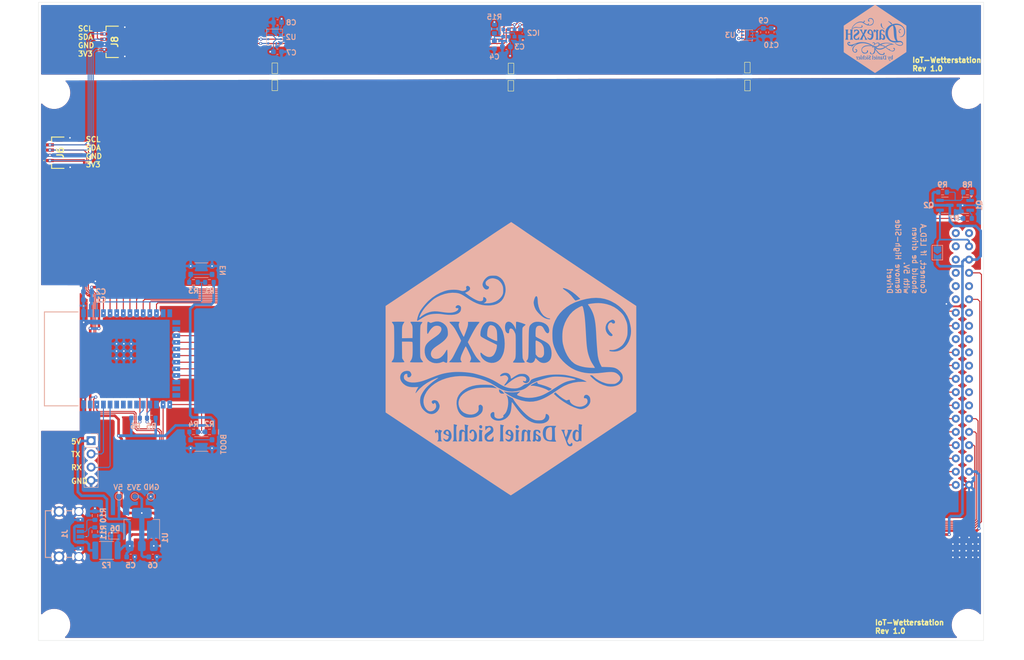
<source format=kicad_pcb>
(kicad_pcb (version 20240108) (generator "pcbnew") (generator_version "8.0")
  (layers (0 "F.Cu" signal) (31 "B.Cu" signal) (34 "B.Paste" user) (35 "F.Paste" user) (36 "B.SilkS" user "B.Silkscreen") (37 "F.SilkS" user "F.Silkscreen") (38 "B.Mask" user) (39 "F.Mask" user) (44 "Edge.Cuts" user))
  (net 0 "")
  (net 1 "GND")
  (net 2 "+3V3")
  (net 3 "Net-(IC2-Anode)")
  (net 4 "+5V")
  (net 5 "Net-(F2-Pad2)")
  (net 6 "/ESP32/D7")
  (net 8 "/ESP32/T_DIN")
  (net 9 "/ESP32/RS")
  (net 10 "/ESP32/WR")
  (net 11 "/ESP32/D6")
  (net 12 "/ESP32/T_CLK")
  (net 15 "BOOT0")
  (net 16 "/ESP32/D2")
  (net 17 "/ESP32/RX0")
  (net 18 "/ESP32/D0")
  (net 20 "/ESP32/TX0")
  (net 22 "/ESP32/D5")
  (net 24 "/ESP32/RD")
  (net 25 "/ESP32/TFT_LED_PWM")
  (net 26 "ESP_EN")
  (net 27 "/ESP32/D3")
  (net 28 "/ESP32/T_CS")
  (net 29 "/ESP32/D4")
  (net 30 "/ESP32/REST")
  (net 31 "/BME688/SCL")
  (net 32 "/ESP32/T_IRQ")
  (net 33 "/ESP32/CS")
  (net 36 "/ESP32/D1")
  (net 39 "/ESP32/T_DO")
  (net 43 "Net-(J1-CC1)")
  (net 44 "Net-(J1-CC2)")
  (net 45 "Net-(SW1-A)")
  (net 46 "Net-(SW2-A)")
  (net 63 "unconnected-(U4-SD_DO-Pad35)")
  (net 65 "Net-(Q1-C)")
  (net 66 "Net-(Q1-B)")
  (net 67 "LED_A")
  (net 68 "Net-(Q2-B)")
  (net 71 "/BME688/SDA")
  (net 72 "Net-(IC2-Cath(LED))")
  (footprint "ProjectFootprints:Solder_Jumper" (layer "F.Cu") (at 219.813533 117.137723 90)
    (property "Reference" "J10" (hide yes))
    (property "Value" "SolderJumper")
  )
  (footprint "ProjectFootprints:Solder_Jumper" (layer "F.Cu") (at 174.575525 117.092455 90)
    (property "Reference" "J9" (hide yes))
    (property "Value" "SolderJumper")
  )
  (footprint "ProjectFootprints:JST-SH1.0-4P" (layer "F.Cu") (at 133.794 134.5498 90)
    (property "Reference" "J6")
    (property "Value" "JST-SH1.0-4P" (hide yes))
  )
  (footprint "ProjectFootprints:Solder_Jumper" (layer "F.Cu") (at 265.078562 116.959192 90)
    (property "Reference" "J11" (hide yes))
    (property "Value" "SolderJumper")
  )
  (footprint "ProjectFootprints:Solder_Jumper" (layer "F.Cu") (at 174.5742 120.3706 90)
    (property "Reference" "J3" (hide yes))
    (property "Value" "SolderJumper")
  )
  (footprint "ProjectFootprints:JST-SH1.0-4P" (layer "F.Cu") (at 144.213097 113.298802 90)
    (property "Reference" "J8")
    (property "Value" "JST-SH1.0-4P" (hide yes))
  )
  (footprint "ProjectFootprints:Solder_Jumper" (layer "F.Cu") (at 219.7862 120.4468 90)
    (property "Reference" "J4" (hide yes))
    (property "Value" "SolderJumper")
  )
  (footprint "ProjectFootprints:SSD1963" (layer "F.Cu") (at 306.1372 171.446)
    (property "Reference" "U4" (hide yes))
    (property "Value" "SSD1963" (hide yes))
  )
  (footprint "ProjectFootprints:Solder_Jumper" (layer "F.Cu") (at 265.0998 120.396 90)
    (property "Reference" "J7" (hide yes))
    (property "Value" "SolderJumper")
  )
  (footprint "Resistor_SMD:R_0603_1608Metric" (layer "B.Cu") (at 140.095903 207.1882 -90)
    (property "Reference" "R11")
    (property "Value" "5k1")
  )
  (footprint "Capacitor_SMD:C_0603_1608Metric" (layer "B.Cu") (at 146.9774 212.0138)
    (property "Reference" "C5")
    (property "Value" "1uF")
  )
  (footprint "Resistor_SMD:R_0603_1608Metric" (layer "B.Cu") (at 302.4632 142.113 180)
    (property "Reference" "R9")
    (property "Value" "100k")
  )
  (footprint "ProjectFootprints:KMR421NGLFS" (layer "B.Cu") (at 160.51 157.0736 180)
    (property "Reference" "SW1" (hide yes))
    (property "Value" "KMR421NGLFS")
  )
  (footprint "Resistor_SMD:R_0603_1608Metric" (layer "B.Cu") (at 147.902 185.407)
    (property "Reference" "R6")
    (property "Value" "4k7")
  )
  (footprint "Capacitor_SMD:C_0603_1608Metric" (layer "B.Cu") (at 175.086763 115.185585)
    (property "Reference" "C7")
    (property "Value" "100n")
  )
  (footprint "Capacitor_SMD:C_0603_1608Metric" (layer "B.Cu") (at 151.2192 212.0138)
    (property "Reference" "C6")
    (property "Value" "1uF")
  )
  (footprint "Capacitor_SMD:C_0603_1608Metric" (layer "B.Cu") (at 218.929718 114.248404 180)
    (property "Reference" "C3")
    (property "Value" "100n")
  )
  (footprint "Resistor_SMD:R_0603_1608Metric" (layer "B.Cu") (at 162.0462 159.385)
    (property "Reference" "R1")
    (property "Value" "12k")
  )
  (footprint "Resistor_SMD:R_0603_1608Metric" (layer "B.Cu") (at 140.1318 204.1022 90)
    (property "Reference" "R10")
    (property "Value" "5k1")
  )
  (footprint "ProjectFootprints:logo_15mm" (layer "B.Cu") (at 289.537181 112.72274 180)
    (property "Reference" "G***" (hide yes))
    (property "Value" "LOGO" (hide yes))
  )
  (footprint "Resistor_SMD:R_0603_1608Metric" (layer "B.Cu") (at 159.028 188.0616)
    (property "Reference" "R4")
    (property "Value" "470R")
  )
  (footprint "Capacitor_SMD:C_0603_1608Metric" (layer "B.Cu") (at 138.7072 162.7248 180)
    (property "Reference" "C1")
    (property "Value" "100n")
  )
  (footprint "Package_TO_SOT_SMD:SOT-23" (layer "B.Cu") (at 306.8066 144.6276 180)
    (property "Reference" "Q1")
    (property "Value" "BC817K (NPN)")
  )
  (footprint "ProjectFootprints:USB-C_PD" (layer "B.Cu") (at 134.0484 207.643 90)
    (property "Reference" "J1")
    (property "Value" "USB-C_PD" (hide yes))
  )
  (footprint "ProjectFootprints:VCNL4040M3OE" (layer "B.Cu") (at 219.943291 111.609414 -90)
    (property "Reference" "IC2")
    (property "Value" "VCNL4040M3OE" (hide yes))
  )
  (footprint "TestPoint:TestPoint_Pad_D1.0mm" (layer "B.Cu") (at 144.7292 200.4314 -90)
    (property "Reference" "TP1" (hide yes))
    (property "Value" "~")
  )
  (footprint "Package_TO_SOT_SMD:SOT-223-3_TabPin2" (layer "B.Cu") (at 149.0989 206.756 90)
    (property "Reference" "U1")
    (property "Value" "TLV1117LV33DCYR")
  )
  (footprint "ProjectFootprints:ESP32S3WROOM1N8R8" (layer "B.Cu") (at 143.2052 174.0662 -90)
    (property "Reference" "IC1" (hide yes))
    (property "Value" "ESP32-S3-WROOM-1-N8" (hide yes))
  )
  (footprint "ProjectFootprints:LTR390UV01" (layer "B.Cu") (at 265.080669 112.014015 -90)
    (property "Reference" "U3")
    (property "Value" "LTR-390UV" (hide yes))
  )
  (footprint "Capacitor_SMD:C_0603_1608Metric" (layer "B.Cu") (at 269.67657 111.478088 -90)
    (property "Reference" "C10")
    (property "Value" "100n")
  )
  (footprint "Diode_SMD:D_SOD-523" (layer "B.Cu") (at 144.032903 208.001)
    (property "Reference" "D6")
    (property "Value" "ESD5Zxx")
  )
  (footprint "Capacitor_SMD:C_0603_1608Metric" (layer "B.Cu") (at 138.7072 161.1884 180)
    (property "Reference" "C2")
    (property "Value" "22u")
  )
  (footprint "ProjectFootprints:BME688" (layer "B.Cu") (at 174.528211 112.383944 180)
    (property "Reference" "U2")
    (property "Value" "BME688")
  )
  (footprint "Resistor_SMD:R_0603_1608Metric" (layer "B.Cu") (at 307.2384 147.1422)
    (property "Reference" "R7")
    (property "Value" "10k")
  )
  (footprint "ProjectFootprints:KMR421NGLFS" (layer "B.Cu") (at 160.5026 190.373)
    (property "Reference" "SW2" (hide yes))
    (property "Value" "KMR421NGLFS")
  )
  (footprint "Resistor_SMD:R_0603_1608Metric" (layer "B.Cu") (at 307.2384 142.113 180)
    (property "Reference" "R8")
    (property "Value" "10k")
  )
  (footprint "Resistor_SMD:R_0603_1608Metric" (layer "B.Cu") (at 150.9246 185.407 180)
    (property "Reference" "R5")
    (property "Value" "4k7")
  )
  (footprint "Package_TO_SOT_SMD:SOT-23" (layer "B.Cu") (at 302.9055 144.6164)
    (property "Reference" "Q2")
    (property "Value" "MMBTA56 (PNP)")
  )
  (footprint "Resistor_SMD:R_0603_1608Metric" (layer "B.Cu") (at 216.631702 110.825721 90)
    (property "Reference" "R15")
    (property "Value" "22R")
  )
  (footprint "ProjectFootprints:logo_60mm" (layer "B.Cu") (at 219.8128 174.0364 180)
    (property "Reference" "G***" (hide yes))
    (property "Value" "LOGO" (hide yes))
  )
  (footprint "Capacitor_SMD:C_0603_1608Metric" (layer "B.Cu") (at 268.146539 111.478478 -90)
    (property "Reference" "C9")
    (property "Value" "4u7")
  )
  (footprint "Fuse:Fuse_1812_4532Metric" (layer "B.Cu") (at 142.331103 210.7696 180)
    (property "Reference" "F2")
    (property "Value" "Fuse_1812")
  )
  (footprint "Resistor_SMD:R_0603_1608Metric" (layer "B.Cu") (at 162.0642 188.0616)
    (property "Reference" "R2")
    (property "Value" "12k")
  )
  (footprint "Jumper:SolderJumper-2_P1.3mm_Open_TrianglePad1.0x1.5mm" (layer "B.Cu") (at 301.4726 153.7092 -90)
    (property "Reference" "JP1" (hide yes))
    (property "Value" "LED_A TO 5V")
  )
  (footprint "TestPoint:TestPoint_Pad_D1.0mm" (layer "B.Cu") (at 150.8292 200.4314 -90)
    (property "Reference" "TP3" (hide yes))
    (property "Value" "~")
  )
  (footprint "Connector_PinHeader_2.54mm:PinHeader_1x04_P2.54mm_Vertical" (layer "B.Cu") (at 139.3952 189.738 180)
    (property "Reference" "J2" (hide yes))
    (property "Value" "TTL")
  )
  (footprint "TestPoint:TestPoint_Pad_D1.0mm" (layer "B.Cu") (at 147.7792 200.4314 -90)
    (property "Reference" "TP2" (hide yes))
    (property "Value" "~")
  )
  (footprint "Capacitor_SMD:C_0603_1608Metric" (layer "B.Cu") (at 216.632342 113.847561 90)
    (property "Reference" "C4")
    (property "Value" "2u2")
  )
  (footprint "Resistor_SMD:R_0603_1608Metric" (layer "B.Cu") (at 158.9982 159.385)
    (property "Reference" "R3")
    (property "Value" "470R")
  )
  (footprint "Capacitor_SMD:C_0603_1608Metric" (layer "B.Cu") (at 175.087866 109.573267 180)
    (property "Reference" "C8")
    (property "Value" "100n")
  )
  (gr_line (start 129.3114 228.0404) (end 310.3114 228.0404) (stroke (width 0.05)) (layer "Edge.Cuts"))
  (gr_line (start 310.314381 105.73774) (end 129.314381 105.73774) (stroke (width 0.05)) (layer "Edge.Cuts"))
  (gr_line (start 310.3114 228.0404) (end 310.314381 105.73774) (stroke (width 0.05)) (layer "Edge.Cuts"))
  (gr_line (start 129.314381 105.73774) (end 129.3114 228.0404) (stroke (width 0.05)) (layer "Edge.Cuts"))
  (gr_text "5V" (at 145.6182 199.263 0) (layer "B.SilkS") (effects (font (size 1 1) (thickness 0.2) (bold yes)) (justify left bottom mirror)))
  (gr_text "EN" (at 165.227 156.0068 90) (layer "B.SilkS") (effects (font (size 1 1) (thickness 0.2) (bold yes)) (justify left bottom mirror)))
  (gr_text "BOOT" (at 165.354 188.3664 90) (layer "B.SilkS") (effects (font (size 1 1) (thickness 0.2) (bold yes)) (justify left bottom mirror)))
  (gr_text "Connect, if LED_A \nshould be driven \nwith 5V.\nRemove High-Side\nDriver!" (at 291.7444 161.6964 270) (layer "B.SilkS") (effects (font (size 1 1) (thickness 0.2) (bold yes)) (justify left bottom mirror)))
  (gr_text "3V3" (at 149.1234 199.2884 0) (layer "B.SilkS") (effects (font (size 1 1) (thickness 0.2) (bold yes)) (justify left bottom mirror)))
  (gr_text "GND" (at 152.6032 199.2376 0) (layer "B.SilkS") (effects (font (size 1 1) (thickness 0.2) (bold yes)) (justify left bottom mirror)))
  (gr_text "IoT-Wetterstation\nRev 1.0" (at 296.545 118.999 0) (layer "F.SilkS") (effects (font (size 1 1) (thickness 0.25) (bold yes)) (justify left bottom)))
  (gr_text "RX" (at 135.4836 195.4784 0) (layer "F.SilkS") (effects (font (size 1 1) (thickness 0.2) (bold yes)) (justify left bottom)))
  (gr_text "IoT-Wetterstation\nRev 1.0" (at 289.4076 226.7966 0) (layer "F.SilkS") (effects (font (size 1 1) (thickness 0.25) (bold yes)) (justify left bottom)))
  (gr_text "SCL\nSDA\nGND\n3V3" (at 138.2776 137.414 0) (layer "F.SilkS") (effects (font (size 1 1) (thickness 0.2) (bold yes)) (justify left bottom)))
  (gr_text "5V" (at 135.4836 190.5 0) (layer "F.SilkS") (effects (font (size 1 1) (thickness 0.2) (bold yes)) (justify left bottom)))
  (gr_text "GND" (at 135.4836 198.0692 0) (layer "F.SilkS") (effects (font (size 1 1) (thickness 0.2) (bold yes)) (justify left bottom)))
  (gr_text "TX" (at 135.4582 192.9384 0) (layer "F.SilkS") (effects (font (size 1 1) (thickness 0.2) (bold yes)) (justify left bottom)))
  (gr_text "SCL\nSDA\nGND\n3V3" (at 136.781581 116.17714 -0) (layer "F.SilkS") (effects (font (size 1 1) (thickness 0.2) (bold yes)) (justify left bottom)))
  (segment (start 306.2478 197.9676) (end 306.497 198.2168) (width 0.35) (layer "F.Cu") (net 1))
  (segment (start 306.497 198.2168) (end 307.5344 198.2168) (width 0.35) (layer "F.Cu") (net 1))
  (segment (start 303.1998 163.5252) (end 303.6824 164.0078) (width 0.35) (layer "F.Cu") (net 1))
  (segment (start 306.2478 164.338) (end 306.2478 197.9676) (width 0.35) (layer "F.Cu") (net 1))
  (segment (start 142.007581 113.82074) (end 141.974381 113.78754) (width 0.2) (layer "F.Cu") (net 1))
  (segment (start 305.9176 164.0078) (end 306.2478 164.338) (width 0.35) (layer "F.Cu") (net 1))
  (segment (start 303.6824 164.0078) (end 305.9176 164.0078) (width 0.35) (layer "F.Cu") (net 1))
  (via (at 305.7144 212.098457) (size 0.6) (drill 0.3) (layers "F.Cu" "B.Cu") (net 1))
  (via (at 147.7524 212.0138) (size 0.6) (drill 0.3) (layers "F.Cu" "B.Cu") (net 1))
  (via (at 147.0652 173.9662) (size 0.6) (drill 0.3) (layers "F.Cu" "B.Cu") (net 1))
  (via (at 305.7144 208.288457) (size 0.6) (drill 0.3) (layers "F.Cu" "B.Cu") (net 1))
  (via (at 304.4444 210.828457) (size 0.6) (drill 0.3) (layers "F.Cu" "B.Cu") (net 1))
  (via (at 144.2652 171.1662) (size 0.6) (drill 0.3) (layers "F.Cu" "B.Cu") (net 1))
  (via (at 306.9844 210.828457) (size 0.6) (drill 0.3) (layers "F.Cu" "B.Cu") (net 1))
  (via (at 309.2958 209.55) (size 0.6) (drill 0.3) (layers "F.Cu" "B.Cu") (net 1))
  (via (at 307.5344 208.28) (size 0.6) (drill 0.3) (layers "F.Cu" "B.Cu") (net 1))
  (via (at 309.2958 210.8454) (size 0.6) (drill 0.3) (layers "F.Cu" "B.Cu") (net 1))
  (via (at 140.1318 202.7052) (size 0.6) (drill 0.3) (layers "F.Cu" "B.Cu") (net 1))
  (via (at 143.347103 207.3914) (size 0.6) (drill 0.3) (layers "F.Cu" "B.Cu") (net 1))
  (via (at 306.9844 212.098457) (size 0.6) (drill 0.3) (layers "F.Cu" "B.Cu") (net 1))
  (via (at 305.7144 209.558457) (size 0.6) (drill 0.3) (layers "F.Cu" "B.Cu") (net 1))
  (via (at 145.849381 110.48754) (size 0.6) (drill 0.3) (layers "F.Cu" "B.Cu") (net 1))
  (via (at 308.2544 210.828457) (size 0.6) (drill 0.3) (layers "F.Cu" "B.Cu") (net 1))
  (via (at 147.0652 171.1662) (size 0.6) (drill 0.3) (layers "F.Cu" "B.Cu") (net 1))
  (via (at 135.382 137.3378) (size 0.6) (drill 0.3) (layers "F.Cu" "B.Cu") (net 1))
  (via (at 303.1998 163.5252) (size 0.6) (drill 0.3) (layers "F.Cu" "B.Cu") (net 1))
  (via (at 147.0652 172.5662) (size 0.6) (drill 0.3) (layers "F.Cu" "B.Cu") (net 1))
  (via (at 305.7144 210.828457) (size 0.6) (drill 0.3) (layers "F.Cu" "B.Cu") (net 1))
  (via (at 137.8944 181.8256) (size 0.6) (drill 0.3) (layers "F.Cu" "B.Cu") (net 1))
  (via (at 145.6652 171.1662) (size 0.6) (drill 0.3) (layers "F.Cu" "B.Cu") (net 1))
  (via (at 131.507 135.0378) (size 0.6) (drill 0.3) (layers "F.Cu" "B.Cu") (net 1))
  (via (at 144.2652 173.9662) (size 0.6) (drill 0.3) (layers "F.Cu" "B.Cu") (net 1))
  (via (at 308.2544 209.55) (size 0.6) (drill 0.3) (layers "F.Cu" "B.Cu") (net 1))
  (via (at 137.3384 210.393) (size 0.6) (drill 0.3) (layers "F.Cu" "B.Cu") (net 1))
  (via (at 137.3384 204.893) (size 0.6) (drill 0.3) (layers "F.Cu" "B.Cu") (net 1))
  (via (at 151.3989 209.906) (size 0.6) (drill 0.3) (layers "F.Cu" "B.Cu") (net 1))
  (via (at 306.2927 144.6388) (size 0.6) (drill 0.3) (layers "F.Cu" "B.Cu") (net 1))
  (via (at 145.6652 172.5662) (size 0.6) (drill 0.3) (layers "F.Cu" "B.Cu") (net 1))
  (via (at 309.2958 208.28) (size 0.6) (drill 0.3) (layers "F.Cu" "B.Cu") (net 1))
  (via (at 306.9844 209.55) (size 0.6) (drill 0.3) (layers "F.Cu" "B.Cu") (net 1))
  (via (at 304.4444 209.558457) (size 0.6) (drill 0.3) (layers "F.Cu" "B.Cu") (net 1))
  (via (at 135.3444 131.699) (size 0.6) (drill 0.3) (layers "F.Cu" "B.Cu") (net 1))
  (via (at 141.974381 113.78754) (size 0.6) (drill 0.3) (layers "F.Cu" "B.Cu") (net 1))
  (via (at 144.2652 172.5662) (size 0.6) (drill 0.3) (layers "F.Cu" "B.Cu") (net 1))
  (via (at 162.56 156.2736) (size 0.6) (drill 0.3) (layers "F.Cu" "B.Cu") (net 1))
  (via (at 309.2958 212.09) (size 0.6) (drill 0.3) (layers "F.Cu" "B.Cu") (net 1))
  (via (at 137.9728 167.0558) (size 0.6) (drill 0.3) (layers "F.Cu" "B.Cu") (net 1))
  (via (at 150.8292 200.4314) (size 0.6) (drill 0.3) (layers "F.Cu" "B.Cu") (net 1))
  (via (at 162.5526 191.173) (size 0.6) (drill 0.3) (layers "F.Cu" "B.Cu") (net 1))
  (via (at 145.6652 173.9662) (size 0.6) (drill 0.3) (layers "F.Cu" "B.Cu") (net 1))
  (via (at 140.208 159.2072) (size 0.6) (drill 0.3) (layers "F.Cu" "B.Cu") (net 1))
  (via (at 304.4444 212.098457) (size 0.6) (drill 0.3) (layers "F.Cu" "B.Cu") (net 1))
  (via (at 145.849381 116.08754) (size 0.6) (drill 0.3) (layers "F.Cu" "B.Cu") (net 1))
  (via (at 158.4526 191.173) (size 0.6) (drill 0.3) (layers "F.Cu" "B.Cu") (net 1))
  (via (at 308.2544 212.098457) (size 0.6) (drill 0.3) (layers "F.Cu" "B.Cu") (net 1))
  (via (at 151.9942 212.0138) (size 0.6) (drill 0.3) (layers "F.Cu" "B.Cu") (net 1))
  (via (at 158.46 156.2736) (size 0.6) (drill 0.3) (layers "F.Cu" "B.Cu") (net 1))
  (via (at 141.4018 207.9752) (size 0.6) (drill 0.3) (layers "F.Cu" "B.Cu") (net 1))
  (segment (start 141.3638 208.0132) (end 141.4018 207.9752) (width 0.2) (layer "B.Cu") (net 1))
  (segment (start 139.5 134.5406) (end 139.0028 135.0378) (width 0.2) (layer "B.Cu") (net 1))
  (segment (start 137.9322 162.7248) (end 137.9322 161.1884) (width 0.5) (layer "B.Cu") (net 1))
  (segment (start 140.095903 208.0132) (end 141.3638 208.0132) (width 0.2) (layer "B.Cu") (net 1))
  (segment (start 137.9452 182.8162) (end 137.9452 181.8764) (width 0.2) (layer "B.Cu") (net 1))
  (segment (start 137.9452 181.8764) (end 137.8944 181.8256) (width 0.2) (layer "B.Cu") (net 1))
  (segment (start 141.974381 113.78754) (end 139.85686 113.78754) (width 0.2) (layer "B.Cu") (net 1))
  (segment (start 139.85686 113.78754) (end 139.5 114.1444) (width 0.2) (layer "B.Cu") (net 1))
  (segment (start 307.5344 208.28) (end 307.5344 199.9234) (width 0.35) (layer "B.Cu") (net 1))
  (segment (start 307.5344 199.9234) (end 307.5344 198.2168) (width 0.35) (layer "B.Cu") (net 1))
  (segment (start 140.1318 203.2772) (end 140.1318 202.7052) (width 0.2) (layer "B.Cu") (net 1))
  (segment (start 135.3444 131.7692) (end 135.3444 131.699) (width 0.35) (layer "B.Cu") (net 1))
  (segment (start 143.332903 208.001) (end 143.332903 207.4056) (width 0.2) (layer "B.Cu") (net 1))
  (segment (start 137.9452 165.3162) (end 137.9452 167.0282) (width 0.2) (layer "B.Cu") (net 1))
  (segment (start 135.3444 131.5554) (end 135.3312 131.5422) (width 0.35) (layer "B.Cu") (net 1))
  (segment (start 137.9322 159.5272) (end 137.9322 161.1884) (width 0.2) (layer "B.Cu") (net 1))
  (segment (start 140.208 159.2072) (end 138.2522 159.2072) (width 0.2) (layer "B.Cu") (net 1))
  (segment (start 139.0028 135.0378) (end 131.507 135.0378) (width 0.2) (layer "B.Cu") (net 1))
  (segment (start 139.5 114.1444) (end 139.5 134.5406) (width 0.2) (layer "B.Cu") (net 1))
  (segment (start 135.3444 131.699) (end 135.3444 131.5554) (width 0.35) (layer "B.Cu") (net 1))
  (segment (start 137.9452 167.0282) (end 137.9728 167.0558) (width 0.2) (layer "B.Cu") (net 1))
  (segment (start 138.2522 159.2072) (end 137.9322 159.5272) (width 0.2) (layer "B.Cu") (net 1))
  (segment (start 143.332903 207.4056) (end 143.347103 207.3914) (width 0.2) (layer "B.Cu") (net 1))
  (segment (start 139.477 167.9392) (end 139.2174 168.1988) (width 0.5) (layer "F.Cu") (net 2))
  (segment (start 138.98 161.8146) (end 139.477 162.3116) (width 0.5) (layer "F.Cu") (net 2))
  (segment (start 138.0832 136.0932) (end 138.0278 136.0378) (width 0.5) (layer "F.Cu") (net 2))
  (segment (start 144.653 185.674) (end 144.653 188.7982) (width 0.5) (layer "F.Cu") (net 2))
  (segment (start 143.933 184.954) (end 144.653 185.674) (width 0.5) (layer "F.Cu") (net 2))
  (segment (start 145.2372 189.3824) (end 145.2372 202.2094) (width 0.5) (layer "F.Cu") (net 2))
  (segment (start 140.881 160.7946) (end 140.881 168.2496) (width 0.5) (layer "F.Cu") (net 2))
  (segment (start 145.2372 202.2094) (end 146.6338 203.606) (width 0.5) (layer "F.Cu") (net 2))
  (segment (start 139.8182 184.954) (end 143.933 184.954) (width 0.5) (layer "F.Cu") (net 2))
  (segment (start 309.031522 206.9754) (end 153.001124 206.9754) (width 0.5) (layer "F.Cu") (net 2))
  (segment (start 138.0832 161.115028) (end 138.782772 161.8146) (width 0.5) (layer "F.Cu") (net 2))
  (segment (start 139.2174 184.3532) (end 139.8182 184.954) (width 0.5) (layer "F.Cu") (net 2))
  (segment (start 153.001124 206.9754) (end 152.0542 206.028476) (width 0.5) (layer "F.Cu") (net 2))
  (segment (start 139.4968 160.3248) (end 140.4112 160.3248) (width 0.5) (layer "F.Cu") (net 2))
  (segment (start 138.0278 136.0378) (end 131.507 136.0378) (width 0.5) (layer "F.Cu") (net 2))
  (segment (start 144.653 188.7982) (end 145.2372 189.3824) (width 0.5) (layer "F.Cu") (net 2))
  (segment (start 138.782772 161.8146) (end 138.98 161.8146) (width 0.5) (layer "F.Cu") (net 2))
  (segment (start 146.6338 203.606) (end 149.0989 203.606) (width 0.5) (layer "F.Cu") (net 2))
  (segment (start 140.4112 160.3248) (end 140.881 160.7946) (width 0.5) (layer "F.Cu") (net 2))
  (segment (start 138.0832 136.0932) (end 138.0832 161.115028) (width 0.5) (layer "F.Cu") (net 2))
  (segment (start 151.409 203.606) (end 149.0989 203.606) (width 0.5) (layer "F.Cu") (net 2))
  (segment (start 309.438461 206.568461) (end 309.031522 206.9754) (width 0.5) (layer "F.Cu") (net 2))
  (segment (start 152.0542 204.2512) (end 151.409 203.606) (width 0.5) (layer "F.Cu") (net 2))
  (segment (start 139.2174 168.1988) (end 139.2174 184.3532) (width 0.5) (layer "F.Cu") (net 2))
  (segment (start 139.477 162.3116) (end 139.477 167.9392) (width 0.5) (layer "F.Cu") (net 2))
  (segment (start 152.0542 206.028476) (end 152.0542 204.2512) (width 0.5) (layer "F.Cu") (net 2))
  (via (at 216.631583 109.51094) (size 0.6) (drill 0.3) (layers "F.Cu" "B.Cu") (net 2))
  (via (at 219.636381 115.98974) (size 0.6) (drill 0.3) (layers "F.Cu" "B.Cu") (net 2))
  (via (at 131.507 136.0498) (size 0.6) (drill 0.3) (layers "F.Cu" "B.Cu") (net 2))
  (via (at 139.4968 160.3248) (size 0.6) (drill 0.3) (layers "F.Cu" "B.Cu") (net 2))
  (via (at 140.881 168.2496) (size 0.6) (drill 0.3) (layers "F.Cu" "B.Cu") (net 2))
  (via (at 309.438461 206.568461) (size 0.6) (drill 0.3) (layers "F.Cu" "B.Cu") (net 2))
  (via (at 144.653 188.7982) (size 0.6) (drill 0.3) (layers "F.Cu" "B.Cu") (net 2))
  (via (at 270.233183 110.69074) (size 0.6) (drill 0.3) (layers "F.Cu" "B.Cu") (net 2))
  (via (at 139.2174 168.1988) (size 0.6) (drill 0.3) (layers "F.Cu" "B.Cu") (net 2))
  (via (at 141.926097 114.798802) (size 0.6) (drill 0.3) (layers "F.Cu" "B.Cu") (net 2))
  (via (at 149.0989 203.606) (size 0.6) (drill 0.3) (layers "F.Cu" "B.Cu") (net 2))
  (via (at 173.713181 115.20174) (size 0.6) (drill 0.3) (layers "F.Cu" "B.Cu") (net 2))
  (via (at 175.877383 108.88734) (size 0.6) (drill 0.3) (layers "F.Cu" "B.Cu") (net 2))
  (segment (start 139.4822 160.3394) (end 139.4968 160.3248) (width 0.5) (layer "B.Cu") (net 2))
  (segment (start 175.737383 110.44974) (end 175.864983 110.32214) (width 0.2) (layer "B.Cu") (net 2))
  (segment (start 149.365 212.0138) (end 149.0989 211.7477) (width 0.5) (layer "B.Cu") (net 2))
  (segment (start 139.2152 163.7408) (end 139.2152 165.3162) (width 0.5) (layer "B.Cu") (net 2))
  (segment (start 147.077 186.0298) (end 147.0892 186.042) (width 0.5) (layer "B.Cu") (net 2))
  (segment (start 174.314983 115.18654) (end 173.728381 115.18654) (width 0.2) (layer "B.Cu") (net 2))
  (segment (start 147.0892 188.7982) (end 147.0892 186.042) (width 0.5) (layer "B.Cu") (net 2))
  (segment (start 139.2682 168.2496) (end 139.2174 168.1988) (width 0.5) (layer "B.Cu") (net 2))
  (segment (start 219.705383 113.47374) (end 219.408383 113.17674) (width 0.2) (layer "B.Cu") (net 2))
  (segment (start 153.5938 188.7982) (end 151.13 188.7982) (width 0.5) (layer "B.Cu") (net 2))
  (segment (start 140.881 168.2496) (end 139.2682 168.2496) (width 0.5) (layer "B.Cu") (net 2))
  (segment (start 151.7496 185.407) (end 151.7496 186.0288) (width 0.5) (layer "B.Cu") (net 2))
  (segment (start 174.099583 111.98634) (end 174.899583 112.78634) (width 0.2) (layer "B.Cu") (net 2))
  (segment (start 270.220783 110.70314) (end 270.233183 110.69074) (width 0.2) (layer "B.Cu") (net 2))
  (segment (start 147.7792 200.4314) (end 148.6154 200.4314) (width 0.5) (layer "B.Cu") (net 2))
  (segment (start 139.337 136.0498) (end 131.507 136.0498) (width 0.2) (layer "B.Cu") (net 2))
  (segment (start 139.4822 163.4738) (end 139.4822 162.7248) (width 0.5) (layer "B.Cu") (net 2))
  (segment (start 267.375983 110.70314) (end 266.717783 111.36134) (width 0.2) (layer "B.Cu") (net 2))
  (segment (start 308.8846 195.6768) (end 307.5344 195.6768) (width 0.5) (layer "B.Cu") (net 2))
  (segment (start 309.4228 206.5528) (end 309.4228 196.215) (width 0.5) (layer "B.Cu") (net 2))
  (segment (start 140.318798 114.798802) (end 139.827 115.2906) (width 0.2) (layer "B.Cu") (net 2))
  (segment (start 147.077 185.407) (end 147.077 186.0298) (width 0.5) (layer "B.Cu") (net 2))
  (segment (start 158.369 184.8866) (end 158.7754 185.293) (width 0.5) (layer "B.Cu") (net 2))
  (segment (start 269.674383 110.70314) (end 270.220783 110.70314) (width 0.2) (layer "B.Cu") (net 2))
  (segment (start 149.0989 209.906) (end 149.0989 203.606) (width 1) (layer "B.Cu") (net 2))
  (segment (start 219.705383 115.920738) (end 219.705383 114.24654) (width 0.2) (layer "B.Cu") (net 2))
  (segment (start 155.575 186.817) (end 153.5938 188.7982) (width 0.5) (layer "B.Cu") (net 2))
  (segment (start 219.705383 114.24654) (end 219.705383 113.47374) (width 0.2) (layer "B.Cu") (net 2))
  (segment (start 175.864983 109.57314) (end 175.864983 108.89974) (width 0.2) (layer "B.Cu") (net 2))
  (segment (start 175.737383 111.18634) (end 175.737383 110.44974) (width 0.2) (layer "B.Cu") (net 2))
  (segment (start 144.653 188.7982) (end 151.13 188.7982) (width 0.5) (layer "B.Cu") (net 2))
  (segment (start 162.8892 186.9684) (end 162.7378 186.817) (width 0.5) (layer "B.Cu") (net 2))
  (segment (start 151.7496 186.0288) (end 151.765 186.0442) (width 0.5) (layer "B.Cu") (net 2))
  (segment (start 158.369 164.465) (end 158.369 184.8866) (width 0.5) (layer "B.Cu") (net 2))
  (segment (start 144.653 188.7982) (end 147.0892 188.7982) (width 0.5) (layer "B.Cu") (net 2))
  (segment (start 139.4822 162.7248) (end 139.4822 161.1884) (width 0.5) (layer "B.Cu") (net 2))
  (segment (start 309.4228 196.215) (end 308.8846 195.6768) (width 0.5) (layer "B.Cu") (net 2))
  (segment (start 158.7754 185.293) (end 162.2806 185.293) (width 0.5) (layer "B.Cu") (net 2))
  (segment (start 162.8712 159.385) (end 162.8712 163.1632) (width 0.5) (layer "B.Cu") (net 2))
  (segment (start 309.438461 206.568461) (end 309.4228 206.5528) (width 0.5) (layer "B.Cu") (net 2))
  (segment (start 266.717783 111.36134) (end 265.982183 111.36134) (width 0.2) (layer "B.Cu") (net 2))
  (segment (start 174.899583 112.78634) (end 175.737383 112.78634) (width 0.2) (layer "B.Cu") (net 2))
  (segment (start 139.2152 163.7408) (end 139.4822 163.4738) (width 0.5) (layer "B.Cu") (net 2))
  (segment (start 216.631583 109.99454) (end 216.631583 109.51094) (width 0.2) (layer "B.Cu") (net 2))
  (segment (start 268.150383 110.70314) (end 267.375983 110.70314) (width 0.2) (layer "B.Cu") (net 2))
  (segment (start 174.314983 115.18654) (end 174.314983 113.37094) (width 0.2) (layer "B.Cu") (net 2))
  (segment (start 173.337383 111.98634) (end 174.099583 111.98634) (width 0.2) (layer "B.Cu") (net 2))
  (segment (start 162.2806 185.293) (end 162.8892 185.9016) (width 0.5) (layer "B.Cu") (net 2))
  (segment (start 162.8892 185.9016) (end 162.8892 188.0616) (width 0.5) (layer "B.Cu") (net 2))
  (segment (start 175.864983 110.32214) (end 175.864983 109.57314) (width 0.2) (layer "B.Cu") (net 2))
  (segment (start 173.728381 115.18654) (end 173.713181 115.20174) (width 0.2) (layer "B.Cu") (net 2))
  (segment (start 139.827 115.2906) (end 139.827 135.5598) (width 0.2) (layer "B.Cu") (net 2))
  (segment (start 150.4442 212.0138) (end 149.365 212.0138) (width 0.5) (layer "B.Cu") (net 2))
  (segment (start 151.13 188.7982) (end 151.765 188.7982) (width 0.5) (layer "B.Cu") (net 2))
  (segment (start 149.0989 211.7477) (end 149.0989 209.906) (width 0.5) (layer "B.Cu") (net 2))
  (segment (start 219.636381 115.98974) (end 219.705383 115.920738) (width 0.2) (layer "B.Cu") (net 2))
  (segment (start 162.7378 186.817) (end 155.575 186.817) (width 0.5) (layer "B.Cu") (net 2))
  (segment (start 141.926097 114.798802) (end 140.318798 114.798802) (width 0.2) (layer "B.Cu") (net 2))
  (segment (start 269.674383 110.70314) (end 268.150383 110.70314) (width 0.2) (layer "B.Cu") (net 2))
  (segment (start 162.4132 163.6212) (end 159.2128 163.6212) (width 0.5) (layer "B.Cu") (net 2))
  (segment (start 139.827 135.5598) (end 139.337 136.0498) (width 0.2) (layer "B.Cu") (net 2))
  (segment (start 162.8712 163.1632) (end 162.4132 163.6212) (width 0.5) (layer "B.Cu") (net 2))
  (segment (start 148.6154 200.4314) (end 149.0989 200.9149) (width 0.5) (layer "B.Cu") (net 2))
  (segment (start 175.864983 108.89974) (end 175.877383 108.88734) (width 0.2) (layer "B.Cu") (net 2))
  (segment (start 159.2128 163.6212) (end 158.369 164.465) (width 0.5) (layer "B.Cu") (net 2))
  (segment (start 219.408383 113.17674) (end 219.408383 112.30494) (width 0.2) (layer "B.Cu") (net 2))
  (segment (start 151.765 188.7982) (end 151.765 186.0442) (width 0.5) (layer "B.Cu") (net 2))
  (segment (start 174.314983 113.37094) (end 174.899583 112.78634) (width 0.2) (layer "B.Cu") (net 2))
  (segment (start 139.4822 161.1884) (end 139.4822 160.3394) (width 0.5) (layer "B.Cu") (net 2))
  (segment (start 162.8892 188.0616) (end 162.8892 186.9684) (width 0.5) (layer "B.Cu") (net 2))
  (segment (start 149.0989 200.9149) (end 149.0989 203.606) (width 0.5) (layer "B.Cu") (net 2))
  (segment (start 216.631583 111.64454) (end 216.631583 112.30494) (width 0.2) (layer "B.Cu") (net 3))
  (segment (start 218.333383 112.30494) (end 216.631583 112.30494) (width 0.2) (layer "B.Cu") (net 3))
  (segment (start 216.631583 112.30494) (end 216.631583 113.06714) (width 0.2) (layer "B.Cu") (net 3))
  (segment (start 147.2904 207.7254) (end 146.7989 208.2169) (width 0.5) (layer "F.Cu") (net 4))
  (segment (start 303.7332 207.7254) (end 147.2904 207.7254) (width 0.5) (layer "F.Cu") (net 4))
  (segment (start 146.7989 208.2169) (end 146.7989 209.906) (width 0.5) (layer "F.Cu") (net 4))
  (via (at 303.7332 207.7254) (size 0.6) (drill 0.3) (layers "F.Cu" "B.Cu") (net 4))
  (via (at 146.7989 209.906) (size 0.6) (drill 0.3) (layers "F.Cu" "B.Cu") (net 4))
  (segment (start 306.2732 156.3116) (end 301.9298 156.3116) (width 0.5) (layer "B.Cu") (net 4))
  (segment (start 144.468603 210.7696) (end 144.8558 210.7696) (width 0.5) (layer "B.Cu") (net 4))
  (segment (start 146.2024 211.341) (end 146.7989 210.7445) (width 0.5) (layer "B.Cu") (net 4))
  (segment (start 144.7292 204.7494) (end 146.1008 204.7494) (width 0.5) (layer "B.Cu") (net 4))
  (segment (start 304.0634 204.216) (end 305.7398 204.216) (width 0.5) (layer "B.Cu") (net 4))
  (segment (start 137.5664 200.3044) (end 141.7574 200.3044) (width 0.5) (layer "B.Cu") (net 4))
  (segment (start 145.7194 209.906) (end 146.7989 209.906) (width 0.5) (layer "B.Cu") (net 4))
  (segment (start 303.7332 207.7254) (end 303.7332 204.5462) (width 0.5) (layer "B.Cu") (net 4))
  (segment (start 303.8602 144.6336) (end 303.843 144.6164) (width 0.5) (layer "B.Cu") (net 4))
  (segment (start 136.8552 199.5932) (end 137.5664 200.3044) (width 0.5) (layer "B.Cu") (net 4))
  (segment (start 136.8552 190.4492) (end 136.8552 199.5932) (width 0.5) (layer "B.Cu") (net 4))
  (segment (start 306.2732 156.3116) (end 306.2732 155.4226) (width 0.5) (layer "B.Cu") (net 4))
  (segment (start 306.2732 155.4226) (end 306.659 155.0368) (width 0.5) (layer "B.Cu") (net 4))
  (segment (start 144.468603 208.9115) (end 144.732903 208.6472) (width 0.5) (layer "B.Cu") (net 4))
  (segment (start 146.1008 204.7494) (end 146.7989 205.4475) (width 0.5) (layer "B.Cu") (net 4))
  (segment (start 303.7332 204.5462) (end 304.0634 204.216) (width 0.5) (layer "B.Cu") (net 4))
  (segment (start 144.732903 208.6472) (end 144.732903 208.001) (width 0.5) (layer "B.Cu") (net 4))
  (segment (start 309.7614 154.3558) (end 309.7614 149.5382) (width 0.5) (layer "B.Cu") (net 4))
  (segment (start 300.863 142.113) (end 301.6382 142.113) (width 0.5) (layer "B.Cu") (net 4))
  (segment (start 306.659 155.0368) (end 307.5344 155.0368) (width 0.5) (layer "B.Cu") (net 4))
  (segment (start 139.3444 189.7888) (end 137.5156 189.7888) (width 0.5) (layer "B.Cu") (net 4))
  (segment (start 308.8132 148.59) (end 304.7238 148.59) (width 0.5) (layer "B.Cu") (net 4))
  (segment (start 141.7574 200.3044) (end 142.4178 200.9648) (width 0.5) (layer "B.Cu") (net 4))
  (segment (start 144.468603 210.7696) (end 144.468603 208.9115) (width 0.5) (layer "B.Cu") (net 4))
  (segment (start 137.5156 189.7888) (end 136.8552 190.4492) (width 0.5) (layer "B.Cu") (net 4))
  (segment (start 146.2024 212.0138) (end 146.2024 211.341) (width 0.5) (layer "B.Cu") (net 4))
  (segment (start 142.7734 204.7494) (end 144.7292 204.7494) (width 0.5) (layer "B.Cu") (net 4))
  (segment (start 301.9298 156.3116) (end 301.4726 155.8544) (width 0.5) (layer "B.Cu") (net 4))
  (segment (start 309.7614 149.5382) (end 308.8132 148.59) (width 0.5) (layer "B.Cu") (net 4))
  (segment (start 304.7238 148.59) (end 303.8602 147.7264) (width 0.5) (layer "B.Cu") (net 4))
  (segment (start 300.609 144.2974) (end 300.609 142.367) (width 0.5) (layer "B.Cu") (net 4))
  (segment (start 305.7398 204.216) (end 306.2732 203.6826) (width 0.5) (layer "B.Cu") (net 4))
  (segment (start 306.2732 203.6826) (end 306.2732 156.3116) (width 0.5) (layer "B.Cu") (net 4))
  (segment (start 142.4178 204.3938) (end 142.7734 204.7494) (width 0.5) (layer "B.Cu") (net 4))
  (segment (start 300.609 142.367) (end 300.863 142.113) (width 0.5) (layer "B.Cu") (net 4))
  (segment (start 142.4178 200.9648) (end 142.4178 204.3938) (width 0.5) (layer "B.Cu") (net 4))
  (segment (start 144.8558 210.7696) (end 145.7194 209.906) (width 0.5) (layer "B.Cu") (net 4))
  (segment (start 300.9392 144.6276) (end 300.609 144.2974) (width 0.5) (layer "B.Cu") (net 4))
  (segment (start 301.4726 155.8544) (end 301.4726 154.439103) (width 0.5) (layer "B.Cu") (net 4))
  (segment (start 144.7292 200.4314) (end 144.7292 204.7494) (width 0.5) (layer "B.Cu") (net 4))
  (segment (start 303.843 144.6164) (end 303.8318 144.6276) (width 0.5) (layer "B.Cu") (net 4))
  (segment (start 303.8318 144.6276) (end 300.9392 144.6276) (width 0.5) (layer "B.Cu") (net 4))
  (segment (start 139.3952 189.738) (end 139.3444 189.7888) (width 0.5) (layer "B.Cu") (net 4))
  (segment (start 146.7989 210.7445) (end 146.7989 209.906) (width 0.5) (layer "B.Cu") (net 4))
  (segment (start 307.5344 155.0368) (end 309.0804 155.0368) (width 0.5) (layer "B.Cu") (net 4))
  (segment (start 303.8602 147.7264) (end 303.8602 144.6336) (width 0.5) (layer "B.Cu") (net 4))
  (segment (start 309.0804 155.0368) (end 309.7614 154.3558) (width 0.5) (layer "B.Cu") (net 4))
  (segment (start 146.7989 205.4475) (end 146.7989 209.906) (width 0.5) (layer "B.Cu") (net 4))
  (segment (start 136.1884 206.343) (end 136.1884 208.943) (width 0.5) (layer "B.Cu") (net 5))
  (segment (start 137.3384 209.163) (end 138.5256 209.163) (width 0.5) (layer "B.Cu") (net 5))
  (segment (start 139.1162 210.7696) (end 140.193603 210.7696) (width 0.5) (layer "B.Cu") (net 5))
  (segment (start 136.1884 208.943) (end 136.4084 209.163) (width 0.5) (layer "B.Cu") (net 5))
  (segment (start 138.9634 209.6008) (end 138.9634 210.6168) (width 0.5) (layer "B.Cu") (net 5))
  (segment (start 138.5256 209.163) (end 138.9634 209.6008) (width 0.5) (layer "B.Cu") (net 5))
  (segment (start 138.9634 210.6168) (end 139.1162 210.7696) (width 0.5) (layer "B.Cu") (net 5))
  (segment (start 136.4084 209.163) (end 137.3384 209.163) (width 0.5) (layer "B.Cu") (net 5))
  (segment (start 136.4084 206.123) (end 136.1884 206.343) (width 0.5) (layer "B.Cu") (net 5))
  (segment (start 137.3384 206.123) (end 136.4084 206.123) (width 0.5) (layer "B.Cu") (net 5))
  (segment (start 149.3752 162.9432) (end 149.6504 162.668) (width 0.2) (layer "F.Cu") (net 6))
  (segment (start 168.51216 202.5744) (end 299.726344 202.5744) (width 0.2) (layer "F.Cu") (net 6))
  (segment (start 301.7568 180.4368) (end 304.9944 180.4368) (width 0.2) (layer "F.Cu") (net 6))
  (segment (start 149.6504 162.668) (end 166.386896 162.668) (width 0.2) (layer "F.Cu") (net 6))
  (segment (start 149.3752 165.3162) (end 149.3752 162.9432) (width 0.2) (layer "F.Cu") (net 6))
  (segment (start 167.2556 163.536704) (end 167.2556 201.31784) (width 0.2) (layer "F.Cu") (net 6))
  (segment (start 301.2918 180.9018) (end 301.7568 180.4368) (width 0.2) (layer "F.Cu") (net 6))
  (segment (start 166.386896 162.668) (end 167.2556 163.536704) (width 0.2) (layer "F.Cu") (net 6))
  (segment (start 167.2556 201.31784) (end 168.51216 202.5744) (width 0.2) (layer "F.Cu") (net 6))
  (segment (start 301.2918 201.008944) (end 301.2918 180.9018) (width 0.2) (layer "F.Cu") (net 6))
  (segment (start 299.726344 202.5744) (end 301.2918 201.008944) (width 0.2) (layer "F.Cu") (net 6))
  (via (at 149.3752 165.3162) (size 0.6) (drill 0.3) (layers "F.Cu" "B.Cu") (net 6))
  (segment (start 168.918504 201.5934) (end 299.32 201.5934) (width 0.2) (layer "F.Cu") (net 8))
  (segment (start 168.2366 163.401256) (end 168.2432 163.407856) (width 0.2) (layer "F.Cu") (net 8))
  (segment (start 300.3108 173.069) (end 300.563 172.8168) (width 0.2) (layer "F.Cu") (net 8))
  (segment (start 168.2366 163.13036) (end 168.2366 163.401256) (width 0.2) (layer "F.Cu") (net 8))
  (segment (start 145.5652 162.0796) (end 145.9578 161.687) (width 0.2) (layer "F.Cu") (net 8))
  (segment (start 300.563 172.8168) (end 304.9944 172.8168) (width 0.2) (layer "F.Cu") (net 8))
  (segment (start 145.9578 161.687) (end 166.79324 161.687) (width 0.2) (layer "F.Cu") (net 8))
  (segment (start 300.3108 200.6026) (end 300.3108 173.069) (width 0.2) (layer "F.Cu") (net 8))
  (segment (start 168.2432 200.918096) (end 168.918504 201.5934) (width 0.2) (layer "F.Cu") (net 8))
  (segment (start 145.5652 165.3162) (end 145.5652 162.0796) (width 0.2) (layer "F.Cu") (net 8))
  (segment (start 168.2432 163.407856) (end 168.2432 200.918096) (width 0.2) (layer "F.Cu") (net 8))
  (segment (start 166.79324 161.687) (end 168.2366 163.13036) (width 0.2) (layer "F.Cu") (net 8))
  (segment (start 299.32 201.5934) (end 300.3108 200.6026) (width 0.2) (layer "F.Cu") (net 8))
  (via (at 145.5652 165.3162) (size 0.6) (drill 0.3) (layers "F.Cu" "B.Cu") (net 8))
  (segment (start 164.6396 202.401424) (end 167.428576 205.1904) (width 0.2) (layer "F.Cu") (net 9))
  (segment (start 308.4202 190.5968) (end 307.5344 190.5968) (width 0.2) (layer "F.Cu") (net 9))
  (segment (start 164.6396 176.2728) (end 164.6396 202.401424) (width 0.2) (layer "F.Cu") (net 9))
  (segment (start 164.338 175.9712) (end 164.6396 176.2728) (width 0.2) (layer "F.Cu") (net 9))
  (segment (start 308.6034 190.78) (end 308.4202 190.5968) (width 0.2) (layer "F.Cu") (net 9))
  (segment (start 155.7052 175.9712) (end 164.338 175.9712) (width 0.2) (layer "F.Cu") (net 9))
  (segment (start 308.1182 205.1904) (end 308.6034 204.7052) (width 0.2) (layer "F.Cu") (net 9))
  (segment (start 167.428576 205.1904) (end 308.1182 205.1904) (width 0.2) (layer "F.Cu") (net 9))
  (segment (start 308.6034 204.7052) (end 308.6034 190.78) (width 0.2) (layer "F.Cu") (net 9))
  (via (at 155.7052 175.9712) (size 0.6) (drill 0.3) (layers "F.Cu" "B.Cu") (net 9))
  (segment (start 308.9304 204.840648) (end 308.9304 188.3304) (width 0.2) (layer "F.Cu") (net 10))
  (segment (start 164.3126 202.536872) (end 167.293128 205.5174) (width 0.2) (layer "F.Cu") (net 10))
  (segment (start 308.253648 205.5174) (end 308.9304 204.840648) (width 0.2) (layer "F.Cu") (net 10))
  (segment (start 308.9304 188.3304) (end 308.6568 188.0568) (width 0.2) (layer "F.Cu") (net 10))
  (segment (start 167.293128 205.5174) (end 308.253648 205.5174) (width 0.2) (layer "F.Cu") (net 10))
  (segment (start 155.7052 177.2412) (end 163.957 177.2412) (width 0.2) (layer "F.Cu") (net 10))
  (segment (start 163.957 177.2412) (end 164.3126 177.5968) (width 0.2) (layer "F.Cu") (net 10))
  (segment (start 164.3126 177.5968) (end 164.3126 202.536872) (width 0.2) (layer "F.Cu") (net 10))
  (segment (start 308.6568 188.0568) (end 307.5344 188.0568) (width 0.2) (layer "F.Cu") (net 10))
  (via (at 155.7052 177.2412) (size 0.6) (drill 0.3) (layers "F.Cu" "B.Cu") (net 10))
  (segment (start 304.9944 182.9768) (end 301.9854 182.9768) (width 0.2) (layer "F.Cu") (net 11))
  (segment (start 299.861792 202.9014) (end 168.376712 202.9014) (width 0.2) (layer "F.Cu") (net 11))
  (segment (start 150.6452 163.248) (end 150.6452 165.3162) (width 0.2) (layer "F.Cu") (net 11))
  (segment (start 301.9854 182.9768) (end 301.6188 183.3434) (width 0.2) (layer "F.Cu") (net 11))
  (segment (start 150.8982 162.995) (end 150.6452 163.248) (width 0.2) (layer "F.Cu") (net 11))
  (segment (start 301.6188 183.3434) (end 301.6188 201.144392) (width 0.2) (layer "F.Cu") (net 11))
  (segment (start 168.376712 202.9014) (end 166.9286 201.453288) (width 0.2) (layer "F.Cu") (net 11))
  (segment (start 166.9286 201.453288) (end 166.9286 163.672152) (width 0.2) (layer "F.Cu") (net 11))
  (segment (start 301.6188 201.144392) (end 299.861792 202.9014) (width 0.2) (layer "F.Cu") (net 11))
  (segment (start 166.251448 162.995) (end 150.8982 162.995) (width 0.2) (layer "F.Cu") (net 11))
  (segment (start 166.9286 163.672152) (end 166.251448 162.995) (width 0.2) (layer "F.Cu") (net 11))
  (via (at 150.6452 165.3162) (size 0.6) (drill 0.3) (layers "F.Cu" "B.Cu") (net 11))
  (segment (start 167.5892 201.188992) (end 168.647608 202.2474) (width 0.2) (layer "F.Cu") (net 12))
  (segment (start 148.1052 165.3162) (end 148.1052 162.6384) (width 0.2) (layer "F.Cu") (net 12))
  (segment (start 299.590896 202.2474) (end 300.9648 200.873496) (width 0.2) (layer "F.Cu") (net 12))
  (segment (start 167.5892 180.4924) (end 167.5892 201.188992) (width 0.2) (layer "F.Cu") (net 12))
  (segment (start 168.647608 202.2474) (end 299.590896 202.2474) (width 0.2) (layer "F.Cu") (net 12))
  (segment (start 166.522344 162.341) (end 167.5826 163.401256) (width 0.2) (layer "F.Cu") (net 12))
  (segment (start 300.9648 178.1046) (end 301.244 177.8254) (width 0.2) (layer "F.Cu") (net 12))
  (segment (start 300.9648 200.873496) (end 300.9648 178.1046) (width 0.2) (layer "F.Cu") (net 12))
  (segment (start 148.4026 162.341) (end 166.522344 162.341) (width 0.2) (layer "F.Cu") (net 12))
  (segment (start 304.923 177.8254) (end 304.9944 177.8968) (width 0.2) (layer "F.Cu") (net 12))
  (segment (start 167.5826 180.4858) (end 167.5892 180.4924) (width 0.2) (layer "F.Cu") (net 12))
  (segment (start 148.1052 162.6384) (end 148.4026 162.341) (width 0.2) (layer "F.Cu") (net 12))
  (segment (start 167.5826 163.401256) (end 167.5826 180.4858) (width 0.2) (layer "F.Cu") (net 12))
  (segment (start 301.244 177.8254) (end 304.923 177.8254) (width 0.2) (layer "F.Cu") (net 12))
  (via (at 148.1052 165.3162) (size 0.6) (drill 0.3) (layers "F.Cu" "B.Cu") (net 12))
  (segment (start 160.2864 182.8162) (end 160.5534 183.0832) (width 0.2) (layer "F.Cu") (net 15))
  (segment (start 154.4574 182.8162) (end 160.2864 182.8162) (width 0.2) (layer "F.Cu") (net 15))
  (segment (start 160.5534 183.0832) (end 160.5534 188.0616) (width 0.2) (layer "F.Cu") (net 15))
  (via (at 154.4574 182.8162) (size 0.6) (drill 0.3) (layers "F.Cu" "B.Cu") (net 15))
  (via (at 160.5534 188.0616) (size 0.6) (drill 0.3) (layers "F.Cu" "B.Cu") (net 15))
  (segment (start 154.4552 182.8162) (end 154.4574 182.8162) (width 0.2) (layer "B.Cu") (net 15))
  (segment (start 161.2392 188.0616) (end 160.5534 188.0616) (width 0.2) (layer "B.Cu") (net 15))
  (segment (start 160.5534 188.0616) (end 159.853 188.0616) (width 0.2) (layer "B.Cu") (net 15))
  (segment (start 165.0492 172.1612) (end 155.7052 172.1612) (width 0.2) (layer "F.Cu") (net 16))
  (segment (start 303.2554 193.1368) (end 302.9268 193.4654) (width 0.2) (layer "F.Cu") (net 16))
  (segment (start 300.403584 204.2094) (end 167.83492 204.2094) (width 0.2) (layer "F.Cu") (net 16))
  (segment (start 165.6206 172.7326) (end 165.0492 172.1612) (width 0.2) (layer "F.Cu") (net 16))
  (segment (start 302.9268 193.4654) (end 302.9268 201.686184) (width 0.2) (layer "F.Cu") (net 16))
  (segment (start 165.6206 201.99508) (end 165.6206 172.7326) (width 0.2) (layer "F.Cu") (net 16))
  (segment (start 302.9268 201.686184) (end 300.403584 204.2094) (width 0.2) (layer "F.Cu") (net 16))
  (segment (start 167.83492 204.2094) (end 165.6206 201.99508) (width 0.2) (layer "F.Cu") (net 16))
  (segment (start 304.9944 193.1368) (end 303.2554 193.1368) (width 0.2) (layer "F.Cu") (net 16))
  (via (at 155.7052 172.1612) (size 0.6) (drill 0.3) (layers "F.Cu" "B.Cu") (net 16))
  (segment (start 143.0252 194.5916) (end 142.748 194.8688) (width 0.2) (layer "B.Cu") (net 17))
  (segment (start 143.0252 182.8162) (end 143.0252 194.5916) (width 0.2) (layer "B.Cu") (net 17))
  (segment (start 139.446 194.8688) (end 139.3952 194.818) (width 0.2) (layer "B.Cu") (net 17))
  (segment (start 142.748 194.8688) (end 139.446 194.8688) (width 0.2) (layer "B.Cu") (net 17))
  (segment (start 155.7052 174.7012) (end 164.592 174.7012) (width 0.2) (layer "F.Cu") (net 18))
  (segment (start 164.9666 202.265976) (end 167.564024 204.8634) (width 0.2) (layer "F.Cu") (net 18))
  (segment (start 300.67448 204.8634) (end 303.5808 201.95708) (width 0.2) (layer "F.Cu") (net 18))
  (segment (start 164.9666 175.0758) (end 164.9666 202.265976) (width 0.2) (layer "F.Cu") (net 18))
  (segment (start 303.5808 201.95708) (end 303.5808 198.4248) (width 0.2) (layer "F.Cu") (net 18))
  (segment (start 303.5808 198.4248) (end 303.7888 198.2168) (width 0.2) (layer "F.Cu") (net 18))
  (segment (start 167.564024 204.8634) (end 300.67448 204.8634) (width 0.2) (layer "F.Cu") (net 18))
  (segment (start 164.592 174.7012) (end 164.9666 175.0758) (width 0.2) (layer "F.Cu") (net 18))
  (segment (start 303.7888 198.2168) (end 304.9944 198.2168) (width 0.2) (layer "F.Cu") (net 18))
  (via (at 155.7052 174.7012) (size 0.6) (drill 0.3) (layers "F.Cu" "B.Cu") (net 18))
  (segment (start 141.7552 182.8162) (end 141.7552 191.9246) (width 0.2) (layer "B.Cu") (net 20))
  (segment (start 141.4018 192.278) (end 139.3952 192.278) (width 0.2) (layer "B.Cu") (net 20))
  (segment (start 141.7552 191.9246) (end 141.4018 192.278) (width 0.2) (layer "B.Cu") (net 20))
  (segment (start 301.9458 185.912) (end 302.341 185.5168) (width 0.2) (layer "F.Cu") (net 22))
  (segment (start 166.6016 201.588736) (end 168.241264 203.2284) (width 0.2) (layer "F.Cu") (net 22))
  (segment (start 166.6016 163.8076) (end 166.6016 201.588736) (width 0.2) (layer "F.Cu") (net 22))
  (segment (start 168.241264 203.2284) (end 299.99724 203.2284) (width 0.2) (layer "F.Cu") (net 22))
  (segment (start 151.9152 163.6036) (end 152.1968 163.322) (width 0.2) (layer "F.Cu") (net 22))
  (segment (start 302.341 185.5168) (end 304.9944 185.5168) (width 0.2) (layer "F.Cu") (net 22))
  (segment (start 299.99724 203.2284) (end 301.9458 201.27984) (width 0.2) (layer "F.Cu") (net 22))
  (segment (start 152.1968 163.322) (end 166.116 163.322) (width 0.2) (layer "F.Cu") (net 22))
  (segment (start 304.7238 185.4708) (end 304.9936 185.7406) (width 0.2) (layer "F.Cu") (net 22))
  (segment (start 301.9458 201.27984) (end 301.9458 185.912) (width 0.2) (layer "F.Cu") (net 22))
  (segment (start 166.116 163.322) (end 166.6016 163.8076) (width 0.2) (layer "F.Cu") (net 22))
  (segment (start 151.9152 165.3162) (end 151.9152 163.6036) (width 0.2) (layer "F.Cu") (net 22))
  (via (at 151.9152 165.3162) (size 0.6) (drill 0.3) (layers "F.Cu" "B.Cu") (net 22))
  (segment (start 153.4696 205.8444) (end 308.389096 205.8444) (width 0.2) (layer "F.Cu") (net 24))
  (segment (start 309.2574 204.976096) (end 309.2574 185.9374) (width 0.2) (layer "F.Cu") (net 24))
  (segment (start 308.389096 205.8444) (end 309.2574 204.976096) (width 0.2) (layer "F.Cu") (net 24))
  (segment (start 308.8368 185.5168) (end 307.5344 185.5168) (width 0.2) (layer "F.Cu") (net 24))
  (segment (start 153.1852 205.56) (end 153.4696 205.8444) (width 0.2) (layer "F.Cu") (net 24))
  (segment (start 309.2574 185.9374) (end 308.8368 185.5168) (width 0.2) (layer "F.Cu") (net 24))
  (segment (start 153.1852 182.8162) (end 153.1852 205.56) (width 0.2) (layer "F.Cu") (net 24))
  (via (at 153.1852 182.8162) (size 0.6) (drill 0.3) (layers "F.Cu" "B.Cu") (net 24))
  (segment (start 305.7398 147.1422) (end 299.7454 147.1422) (width 0.2) (layer "F.Cu") (net 25))
  (segment (start 299.3298 200.196256) (end 298.913656 200.6124) (width 0.2) (layer "F.Cu") (net 25))
  (segment (start 142.0812 160.6868) (end 141.7552 161.0128) (width 0.2) (layer "F.Cu") (net 25))
  (segment (start 169.2242 162.730616) (end 167.180384 160.6868) (width 0.2) (layer "F.Cu") (net 25))
  (segment (start 167.180384 160.6868) (end 142.0812 160.6868) (width 0.2) (layer "F.Cu") (net 25))
  (segment (start 169.324848 200.6124) (end 169.2242 200.511752) (width 0.2) (layer "F.Cu") (net 25))
  (segment (start 169.2242 200.511752) (end 169.2242 162.730616) (width 0.2) (layer "F.Cu") (net 25))
  (segment (start 298.913656 200.6124) (end 169.324848 200.6124) (width 0.2) (layer "F.Cu") (net 25))
  (segment (start 299.3298 147.5578) (end 299.3298 200.196256) (width 0.2) (layer "F.Cu") (net 25))
  (segment (start 299.7454 147.1422) (end 299.3298 147.5578) (width 0.2) (layer "F.Cu") (net 25))
  (segment (start 141.7552 161.0128) (end 141.7552 165.3162) (width 0.2) (layer "F.Cu") (net 25))
  (via (at 305.7398 147.1422) (size 0.6) (drill 0.3) (layers "F.Cu" "B.Cu") (net 25))
  (via (at 141.7552 165.3162) (size 0.6) (drill 0.3) (layers "F.Cu" "B.Cu") (net 25))
  (segment (start 305.7398 147.1422) (end 306.4134 147.1422) (width 0.2) (layer "B.Cu") (net 25))
  (segment (start 160.5788 162.9156) (end 160.5534 162.8902) (width 0.2) (layer "B.Cu") (net 26))
  (segment (start 160.5534 159.385) (end 159.8232 159.385) (width 0.2) (layer "B.Cu") (net 26))
  (segment (start 140.7922 163.1442) (end 160.3502 163.1442) (width 0.2) (layer "B.Cu") (net 26))
  (segment (start 140.4852 165.3162) (end 140.4852 163.4512) (width 0.2) (layer "B.Cu") (net 26))
  (segment (start 160.3502 163.1442) (end 160.5788 162.9156) (width 0.2) (layer "B.Cu") (net 26))
  (segment (start 160.5534 162.8902) (end 160.5534 159.385) (width 0.2) (layer "B.Cu") (net 26))
  (segment (start 161.2212 159.385) (end 160.5534 159.385) (width 0.2) (layer "B.Cu") (net 26))
  (segment (start 140.4852 163.4512) (end 140.7922 163.1442) (width 0.2) (layer "B.Cu") (net 26))
  (segment (start 302.5998 190.8714) (end 302.5998 201.550736) (width 0.2) (layer "F.Cu") (net 27))
  (segment (start 165.9476 171.3324) (end 165.5064 170.8912) (width 0.2) (layer "F.Cu") (net 27))
  (segment (start 165.9476 201.859632) (end 165.9476 171.3324) (width 0.2) (layer "F.Cu") (net 27))
  (segment (start 300.268136 203.8824) (end 167.970368 203.8824) (width 0.2) (layer "F.Cu") (net 27))
  (segment (start 302.8744 190.5968) (end 302.5998 190.8714) (width 0.2) (layer "F.Cu") (net 27))
  (segment (start 304.9944 190.5968) (end 302.8744 190.5968) (width 0.2) (layer "F.Cu") (net 27))
  (segment (start 167.970368 203.8824) (end 165.9476 201.859632) (width 0.2) (layer "F.Cu") (net 27))
  (segment (start 165.5064 170.8912) (end 155.7052 170.8912) (width 0.2) (layer "F.Cu") (net 27))
  (segment (start 302.5998 201.550736) (end 300.268136 203.8824) (width 0.2) (layer "F.Cu") (net 27))
  (via (at 155.7052 170.8912) (size 0.6) (drill 0.3) (layers "F.Cu" "B.Cu") (net 27))
  (segment (start 146.8352 162.4352) (end 147.2564 162.014) (width 0.2) (layer "F.Cu") (net 28))
  (segment (start 299.455448 201.9204) (end 300.6378 200.738048) (width 0.2) (layer "F.Cu") (net 28))
  (segment (start 166.657792 162.014) (end 167.9096 163.265808) (width 0.2) (layer "F.Cu") (net 28))
  (segment (start 167.9162 178.0098) (end 167.9162 201.053544) (width 0.2) (layer "F.Cu") (net 28))
  (segment (start 300.6378 175.6376) (end 300.9186 175.3568) (width 0.2) (layer "F.Cu") (net 28))
  (segment (start 168.783056 201.9204) (end 299.455448 201.9204) (width 0.2) (layer "F.Cu") (net 28))
  (segment (start 167.9162 201.053544) (end 168.783056 201.9204) (width 0.2) (layer "F.Cu") (net 28))
  (segment (start 300.9186 175.3568) (end 304.9944 175.3568) (width 0.2) (layer "F.Cu") (net 28))
  (segment (start 300.6378 200.738048) (end 300.6378 175.6376) (width 0.2) (layer "F.Cu") (net 28))
  (segment (start 146.8352 165.3162) (end 146.8352 162.4352) (width 0.2) (layer "F.Cu") (net 28))
  (segment (start 167.9096 163.265808) (end 167.9096 178.0032) (width 0.2) (layer "F.Cu") (net 28))
  (segment (start 147.2564 162.014) (end 166.657792 162.014) (width 0.2) (layer "F.Cu") (net 28))
  (segment (start 167.9096 178.0032) (end 167.9162 178.0098) (width 0.2) (layer "F.Cu") (net 28))
  (via (at 146.8352 165.3162) (size 0.6) (drill 0.3) (layers "F.Cu" "B.Cu") (net 28))
  (segment (start 166.2746 201.724184) (end 166.2746 170.0846) (width 0.2) (layer "F.Cu") (net 29))
  (segment (start 302.6156 188.0362) (end 302.2728 188.379) (width 0.2) (layer "F.Cu") (net 29))
  (segment (start 302.2728 201.415288) (end 300.132688 203.5554) (width 0.2) (layer "F.Cu") (net 29))
  (segment (start 304.9944 188.0568) (end 302.6362 188.0568) (width 0.2) (layer "F.Cu") (net 29))
  (segment (start 302.6362 188.0568) (end 302.6156 188.0362) (width 0.2) (layer "F.Cu") (net 29))
  (segment (start 304.3174 188.0108) (end 304.6666 188.36) (width 0.2) (layer "F.Cu") (net 29))
  (segment (start 168.105816 203.5554) (end 166.2746 201.724184) (width 0.2) (layer "F.Cu") (net 29))
  (segment (start 166.2746 170.0846) (end 165.8112 169.6212) (width 0.2) (layer "F.Cu") (net 29))
  (segment (start 165.8112 169.6212) (end 155.7052 169.6212) (width 0.2) (layer "F.Cu") (net 29))
  (segment (start 302.2728 188.379) (end 302.2728 201.415288) (width 0.2) (layer "F.Cu") (net 29))
  (segment (start 300.132688 203.5554) (end 168.105816 203.5554) (width 0.2) (layer "F.Cu") (net 29))
  (via (at 155.7052 169.6212) (size 0.6) (drill 0.3) (layers "F.Cu" "B.Cu") (net 29))
  (segment (start 140.3318 184.477) (end 147.52 184.477) (width 0.2) (layer "F.Cu") (net 30))
  (segment (start 153.198704 206.4984) (end 308.659992 206.4984) (width 0.2) (layer "F.Cu") (net 30))
  (segment (start 139.8852 184.0304) (end 140.3318 184.477) (width 0.2) (layer "F.Cu") (net 30))
  (segment (start 139.8852 181.7804) (end 139.8852 184.0304) (width 0.2) (layer "F.Cu") (net 30))
  (segment (start 152.146 187.7822) (end 152.5312 188.1674) (width 0.2) (layer "F.Cu") (net 30))
  (segment (start 152.5312 188.1674) (end 152.5312 205.830896) (width 0.2) (layer "F.Cu") (net 30))
  (segment (start 309.5868 157.5768) (end 307.5344 157.5768) (width 0.2) (layer "F.Cu") (net 30))
  (segment (start 309.9114 205.246992) (end 309.9114 157.9014) (width 0.2) (layer "F.Cu") (net 30))
  (segment (start 147.6788 187.308048) (end 148.152952 187.7822) (width 0.2) (layer "F.Cu") (net 30))
  (segment (start 147.6788 184.6358) (end 147.6788 187.308048) (width 0.2) (layer "F.Cu") (net 30))
  (segment (start 140.2842 181.3814) (end 139.8852 181.7804) (width 0.2) (layer "F.Cu") (net 30))
  (segment (start 147.52 184.477) (end 147.6788 184.6358) (width 0.2) (layer "F.Cu") (net 30))
  (segment (start 152.5312 205.830896) (end 153.198704 206.4984) (width 0.2) (layer "F.Cu") (net 30))
  (segment (start 309.9114 157.9014) (end 309.5868 157.5768) (width 0.2) (layer "F.Cu") (net 30))
  (segment (start 148.152952 187.7822) (end 152.146 187.7822) (width 0.2) (layer "F.Cu") (net 30))
  (segment (start 308.659992 206.4984) (end 309.9114 205.246992) (width 0.2) (layer "F.Cu") (net 30))
  (via (at 140.2842 181.3814) (size 0.6) (drill 0.3) (layers "F.Cu" "B.Cu") (net 30))
  (segment (start 139.2152 182.8162) (end 139.2152 181.7138) (width 0.2) (layer "B.Cu") (net 30))
  (segment (start 139.5476 181.3814) (end 140.2842 181.3814) (width 0.2) (layer "B.Cu") (net 30))
  (segment (start 139.2152 181.7138) (end 139.5476 181.3814) (width 0.2) (layer "B.Cu") (net 30))
  (segment (start 131.507 133.0378) (end 138.5496 133.0378) (width 0.2) (layer "F.Cu") (net 31))
  (segment (start 143.283981 112.62114) (end 143.487181 112.82434) (width 0.2) (layer "F.Cu") (net 31))
  (segment (start 139.1158 161.0106) (end 139.806848 161.0106) (width 0.2) (layer "F.Cu") (net 31))
  (segment (start 219.188781 110.63034) (end 220.941381 110.63034) (width 0.2) (layer "F.Cu") (net 31))
  (segment (start 170.436581 112.82434) (end 171.223981 113.61174) (width 0.2) (layer "F.Cu") (net 31))
  (segment (start 143.283981 111.98614) (end 143.283981 112.62114) (width 0.2) (layer "F.Cu") (net 31))
  (segment (start 221.541381 110.03034) (end 263.197381 110.03034) (width 0.2) (layer "F.Cu") (net 31))
  (segment (start 140.281 179.7018) (end 141.4558 180.8766) (width 0.2) (layer "F.Cu") (net 31))
  (segment (start 218.467981 113.61174) (end 218.896581 113.18314) (width 0.2) (layer "F.Cu") (net 31))
  (segment (start 138.5496 133.0378) (end 138.8872 133.3754) (width 0.2) (layer "F.Cu") (net 31))
  (segment (start 149.7362 180.8766) (end 150.114 181.2544) (width 0.2) (layer "F.Cu") (net 31))
  (segment (start 263.197381 110.03034) (end 263.425981 110.25894) (width 0.2) (layer "F.Cu") (net 31))
  (segment (start 150.114 181.2544) (end 150.114 186.1312) (width 0.2) (layer "F.Cu") (net 31))
  (segment (start 218.896581 113.18314) (end 218.896581 110.92254) (width 0.2) (layer "F.Cu") (net 31))
  (segment (start 141.4558 180.8766) (end 149.7362 180.8766) (width 0.2) (layer "F.Cu") (net 31))
  (segment (start 220.941381 110.63034) (end 221.541381 110.03034) (width 0.2) (layer "F.Cu") (net 31))
  (segment (start 263.425981 110.25894) (end 263.425981 111.35114) (width 0.2) (layer "F.Cu") (net 31))
  (segment (start 143.091181 111.79334) (end 143.283981 111.98614) (width 0.2) (layer "F.Cu") (net 31))
  (segment (start 140.281 161.484752) (end 140.281 179.7018) (width 0.2) (layer "F.Cu") (net 31))
  (segment (start 141.940983 111.79334) (end 143.091181 111.79334) (width 0.2) (layer "F.Cu") (net 31))
  (segment (start 218.896581 110.92254) (end 219.188781 110.63034) (width 0.2) (layer "F.Cu") (net 31))
  (segment (start 171.223981 113.61174) (end 171.858981 113.61174) (width 0.2) (layer "F.Cu") (net 31))
  (segment (start 138.8872 160.782) (end 139.1158 161.0106) (width 0.2) (layer "F.Cu") (net 31))
  (segment (start 143.487181 112.82434) (end 170.436581 112.82434) (width 0.2) (layer "F.Cu") (net 31))
  (segment (start 139.806848 161.0106) (end 140.281 161.484752) (width 0.2) (layer "F.Cu") (net 31))
  (segment (start 171.858981 113.61174) (end 218.467981 113.61174) (width 0.2) (layer "F.Cu") (net 31))
  (segment (start 138.8872 133.3754) (end 138.8872 160.782) (width 0.2) (layer "F.Cu") (net 31))
  (via (at 171.858981 113.61174) (size 0.6) (drill 0.3) (layers "F.Cu" "B.Cu") (net 31))
  (via (at 150.114 186.1312) (size 0.6) (drill 0.3) (layers "F.Cu" "B.Cu") (net 31))
  (via (at 221.541381 110.03034) (size 0.6) (drill 0.3) (layers "F.Cu" "B.Cu") (net 31))
  (via (at 263.425981 111.35114) (size 0.6) (drill 0.3) (layers "F.Cu" "B.Cu") (net 31))
  (via (at 131.507 133.0498) (size 0.6) (drill 0.3) (layers "F.Cu" "B.Cu") (net 31))
  (via (at 141.940983 111.79334) (size 0.6) (drill 0.3) (layers "F.Cu" "B.Cu") (net 31))
  (segment (start 150.0996 186.1168) (end 150.114 186.1312) (width 0.2) (layer "B.Cu") (net 31))
  (segment (start 264.171983 111.35114) (end 264.182183 111.36134) (width 0.2) (layer "B.Cu") (net 31))
  (segment (start 173.311983 113.61174) (end 173.337383 113.58634) (width 0.2) (layer "B.Cu") (net 31))
  (segment (start 141.907643 111.76) (end 139.2936 111.76) (width 0.2) (layer "B.Cu") (net 31))
  (segment (start 150.6452 183.9084) (end 150.0996 184.454) (width 0.2) (layer "B.Cu") (net 31))
  (segment (start 150.0996 185.407) (end 150.0996 186.1168) (width 0.2) (layer "B.Cu") (net 31))
  (segment (start 150.6452 182.8162) (end 150.6452 183.9084) (width 0.2) (layer "B.Cu") (net 31))
  (segment (start 139.2936 111.76) (end 138.846 112.2076) (width 0.2) (layer "B.Cu") (net 31))
  (segment (start 221.541381 110.887938) (end 221.558383 110.90494) (width 0.2) (layer "B.Cu") (net 31))
  (segment (start 171.858981 113.61174) (end 173.311983 113.61174) (width 0.2) (layer "B.Cu") (net 31))
  (segment (start 138.846 132.3498) (end 138.146 133.0498) (width 0.2) (layer "B.Cu") (net 31))
  (segment (start 138.146 133.0498) (end 131.507 133.0498) (width 0.2) (layer "B.Cu") (net 31))
  (segment (start 138.846 112.2076) (end 138.846 132.3498) (width 0.2) (layer "B.Cu") (net 31))
  (segment (start 141.940983 111.79334) (end 141.907643 111.76) (width 0.2) (layer "B.Cu") (net 31))
  (segment (start 150.0996 184.454) (end 150.0996 185.407) (width 0.2) (layer "B.Cu") (net 31))
  (segment (start 263.425981 111.35114) (end 264.171983 111.35114) (width 0.2) (layer "B.Cu") (net 31))
  (segment (start 221.541381 110.03034) (end 221.541381 110.887938) (width 0.2) (layer "B.Cu") (net 31))
  (segment (start 168.8972 162.866064) (end 168.8972 200.6472) (width 0.2) (layer "F.Cu") (net 32))
  (segment (start 143.329 161.0138) (end 167.044936 161.0138) (width 0.2) (layer "F.Cu") (net 32))
  (segment (start 304.7198 164.9222) (end 304.9944 165.1968) (width 0.2) (layer "F.Cu") (net 32))
  (segment (start 167.044936 161.0138) (end 168.8972 162.866064) (width 0.2) (layer "F.Cu") (net 32))
  (segment (start 299.6568 165.2902) (end 300.0248 164.9222) (width 0.2) (layer "F.Cu") (net 32))
  (segment (start 143.0252 161.3176) (end 143.329 161.0138) (width 0.2) (layer "F.Cu") (net 32))
  (segment (start 300.0248 164.9222) (end 304.7198 164.9222) (width 0.2) (layer "F.Cu") (net 32))
  (segment (start 299.049104 200.9394) (end 299.6568 200.331704) (width 0.2) (layer "F.Cu") (net 32))
  (segment (start 143.0252 165.3162) (end 143.0252 161.3176) (width 0.2) (layer "F.Cu") (net 32))
  (segment (start 168.8972 200.6472) (end 169.1894 200.9394) (width 0.2) (layer "F.Cu") (net 32))
  (segment (start 169.1894 200.9394) (end 299.049104 200.9394) (width 0.2) (layer "F.Cu") (net 32))
  (segment (start 299.6568 200.331704) (end 299.6568 165.2902) (width 0.2) (layer "F.Cu") (net 32))
  (via (at 143.0252 165.3162) (size 0.6) (drill 0.3) (layers "F.Cu" "B.Cu") (net 32))
  (segment (start 152.8582 187.961) (end 152.8582 205.695448) (width 0.2) (layer "F.Cu") (net 33))
  (segment (start 152.3524 187.4552) (end 152.8582 187.961) (width 0.2) (layer "F.Cu") (net 33))
  (segment (start 309.5844 163.0444) (end 309.1968 162.6568) (width 0.2) (layer "F.Cu") (net 33))
  (segment (start 140.4852 182.8162) (end 140.4852 183.8938) (width 0.2) (layer "F.Cu") (net 33))
  (segment (start 140.4852 183.8938) (end 140.7414 184.15) (width 0.2) (layer "F.Cu") (net 33))
  (segment (start 148.0058 187.1726) (end 148.2884 187.4552) (width 0.2) (layer "F.Cu") (net 33))
  (segment (start 309.1968 162.6568) (end 307.5344 162.6568) (width 0.2) (layer "F.Cu") (net 33))
  (segment (start 152.8582 205.695448) (end 153.334152 206.1714) (width 0.2) (layer "F.Cu") (net 33))
  (segment (start 309.5844 205.111544) (end 309.5844 163.0444) (width 0.2) (layer "F.Cu") (net 33))
  (segment (start 148.2884 187.4552) (end 152.3524 187.4552) (width 0.2) (layer "F.Cu") (net 33))
  (segment (start 308.524544 206.1714) (end 309.5844 205.111544) (width 0.2) (layer "F.Cu") (net 33))
  (segment (start 153.334152 206.1714) (end 308.524544 206.1714) (width 0.2) (layer "F.Cu") (net 33))
  (segment (start 140.7414 184.15) (end 147.6756 184.15) (width 0.2) (layer "F.Cu") (net 33))
  (segment (start 147.6756 184.15) (end 148.0058 184.4802) (width 0.2) (layer "F.Cu") (net 33))
  (segment (start 148.0058 184.4802) (end 148.0058 187.1726) (width 0.2) (layer "F.Cu") (net 33))
  (via (at 140.4852 182.8162) (size 0.6) (drill 0.3) (layers "F.Cu" "B.Cu") (net 33))
  (segment (start 303.2538 201.821632) (end 303.2538 196.0848) (width 0.2) (layer "F.Cu") (net 36))
  (segment (start 303.6618 195.6768) (end 304.9944 195.6768) (width 0.2) (layer "F.Cu") (net 36))
  (segment (start 303.2538 196.0848) (end 303.6618 195.6768) (width 0.2) (layer "F.Cu") (net 36))
  (segment (start 165.2936 202.130528) (end 167.699472 204.5364) (width 0.2) (layer "F.Cu") (net 36))
  (segment (start 155.7052 173.4312) (end 164.7444 173.4312) (width 0.2) (layer "F.Cu") (net 36))
  (segment (start 300.539032 204.5364) (end 303.2538 201.821632) (width 0.2) (layer "F.Cu") (net 36))
  (segment (start 167.699472 204.5364) (end 300.539032 204.5364) (width 0.2) (layer "F.Cu") (net 36))
  (segment (start 164.7444 173.4312) (end 165.2936 173.9804) (width 0.2) (layer "F.Cu") (net 36))
  (segment (start 165.2936 173.9804) (end 165.2936 202.130528) (width 0.2) (layer "F.Cu") (net 36))
  (via (at 155.7052 173.4312) (size 0.6) (drill 0.3) (layers "F.Cu" "B.Cu") (net 36))
  (segment (start 299.9838 168.1382) (end 299.9838 200.467152) (width 0.2) (layer "F.Cu") (net 39))
  (segment (start 144.5768 161.3408) (end 144.2952 161.6224) (width 0.2) (layer "F.Cu") (net 39))
  (segment (start 299.9838 200.467152) (end 299.184552 201.2664) (width 0.2) (layer "F.Cu") (net 39))
  (segment (start 166.909488 161.3408) (end 144.5768 161.3408) (width 0.2) (layer "F.Cu") (net 39))
  (segment (start 168.5702 163.001512) (end 166.909488 161.3408) (width 0.2) (layer "F.Cu") (net 39))
  (segment (start 304.9944 167.7368) (end 300.3852 167.7368) (width 0.2) (layer "F.Cu") (net 39))
  (segment (start 300.3852 167.7368) (end 299.9838 168.1382) (width 0.2) (layer "F.Cu") (net 39))
  (segment (start 144.2952 161.6224) (end 144.2952 165.3162) (width 0.2) (layer "F.Cu") (net 39))
  (segment (start 299.184552 201.2664) (end 169.053952 201.2664) (width 0.2) (layer "F.Cu") (net 39))
  (segment (start 169.053952 201.2664) (end 168.5702 200.782648) (width 0.2) (layer "F.Cu") (net 39))
  (segment (start 168.5702 200.782648) (end 168.5702 163.001512) (width 0.2) (layer "F.Cu") (net 39))
  (via (at 144.2952 165.3162) (size 0.6) (drill 0.3) (layers "F.Cu" "B.Cu") (net 39))
  (segment (start 139.28 206.3632) (end 140.095903 206.3632) (width 0.2) (layer "B.Cu") (net 43))
  (segment (start 137.3384 208.143) (end 138.6686 208.143) (width 0.2) (layer "B.Cu") (net 43))
  (segment (start 138.9094 206.7338) (end 139.28 206.3632) (width 0.2) (layer "B.Cu") (net 43))
  (segment (start 138.6686 208.143) (end 138.9094 207.9022) (width 0.2) (layer "B.Cu") (net 43))
  (segment (start 138.9094 207.9022) (end 138.9094 206.7338) (width 0.2) (layer "B.Cu") (net 43))
  (segment (start 137.3384 207.143) (end 137.3832 207.1878) (width 0.2) (layer "B.Cu") (net 44))
  (segment (start 138.2776 207.1878) (end 138.5824 206.883) (width 0.2) (layer "B.Cu") (net 44))
  (segment (start 138.5824 206.883) (end 138.5824 205.1558) (width 0.2) (layer "B.Cu") (net 44))
  (segment (start 138.5824 205.1558) (end 138.811 204.9272) (width 0.2) (layer "B.Cu") (net 44))
  (segment (start 137.3832 207.1878) (end 138.2776 207.1878) (width 0.2) (layer "B.Cu") (net 44))
  (segment (start 138.811 204.9272) (end 140.1318 204.9272) (width 0.2) (layer "B.Cu") (net 44))
  (segment (start 162.56 157.8736) (end 158.46 157.8736) (width 0.2) (layer "B.Cu") (net 45))
  (segment (start 158.46 158.4886) (end 158.46 157.8736) (width 0.2) (layer "B.Cu") (net 45))
  (segment (start 158.1732 158.7754) (end 158.46 158.4886) (width 0.2) (layer "B.Cu") (net 45))
  (segment (start 158.1732 159.385) (end 158.1732 158.7754) (width 0.2) (layer "B.Cu") (net 45))
  (segment (start 158.203 188.683) (end 158.203 188.0616) (width 0.2) (layer "B.Cu") (net 46))
  (segment (start 158.4526 189.573) (end 158.4526 188.9326) (width 0.2) (layer "B.Cu") (net 46))
  (segment (start 162.5526 189.573) (end 158.4526 189.573) (width 0.2) (layer "B.Cu") (net 46))
  (segment (start 158.4526 188.9326) (end 158.203 188.683) (width 0.2) (layer "B.Cu") (net 46))
  (segment (start 305.3206 163.0774) (end 304.854 162.6108) (width 0.2) (layer "F.Cu") (net 63))
  (segment (start 308.0634 142.812) (end 308.0634 142.113) (width 0.2) (layer "B.Cu") (net 65))
  (segment (start 307.7441 143.6776) (end 307.7441 143.1313) (width 0.2) (layer "B.Cu") (net 65))
  (segment (start 307.7441 143.1313) (end 308.0634 142.812) (width 0.2) (layer "B.Cu") (net 65))
  (segment (start 308.0634 146.3924) (end 308.0634 147.1422) (width 0.2) (layer "B.Cu") (net 66))
  (segment (start 307.7441 145.5776) (end 307.7441 146.0731) (width 0.2) (layer "B.Cu") (net 66))
  (segment (start 307.7441 146.0731) (end 308.0634 146.3924) (width 0.2) (layer "B.Cu") (net 66))
  (segment (start 302.006 151.2062) (end 307.2384 151.2062) (width 0.35) (layer "B.Cu") (net 67))
  (segment (start 301.9552 151.1554) (end 301.9552 145.5792) (width 0.35) (layer "B.Cu") (net 67))
  (segment (start 302.006 151.2062) (end 301.9552 151.1554) (width 0.35) (layer "B.Cu") (net 67))
  (segment (start 301.4726 151.5872) (end 301.8536 151.2062) (width 0.35) (layer "B.Cu") (net 67))
  (segment (start 301.8536 151.2062) (end 302.006 151.2062) (width 0.35) (layer "B.Cu") (net 67))
  (segment (start 301.9552 145.5792) (end 301.968 145.5664) (width 0.35) (layer "B.Cu") (net 67))
  (segment (start 307.5344 151.5022) (end 307.5344 152.4968) (width 0.35) (layer "B.Cu") (net 67))
  (segment (start 307.2384 151.2062) (end 307.5344 151.5022) (width 0.35) (layer "B.Cu") (net 67))
  (segment (start 301.4726 152.9842) (end 301.4726 151.5872) (width 0.35) (layer "B.Cu") (net 67))
  (segment (start 304.8762 142.2908) (end 304.8762 143.6878) (width 0.2) (layer "B.Cu") (net 68))
  (segment (start 306.2732 143.3576) (end 306.2732 142.2532) (width 0.2) (layer "B.Cu") (net 68))
  (segment (start 305.943 143.6878) (end 306.2732 143.3576) (width 0.2) (layer "B.Cu") (net 68))
  (segment (start 304.6984 142.113) (end 304.8762 142.2908) (width 0.2) (layer "B.Cu") (net 68))
  (segment (start 303.2882 142.113) (end 304.6984 142.113) (width 0.2) (layer "B.Cu") (net 68))
  (segment (start 306.2732 142.2532) (end 306.4134 142.113) (width 0.2) (layer "B.Cu") (net 68))
  (segment (start 301.968 143.6664) (end 301.9894 143.6878) (width 0.2) (layer "B.Cu") (net 68))
  (segment (start 301.9894 143.6878) (end 305.943 143.6878) (width 0.2) (layer "B.Cu") (net 68))
  (segment (start 141.940983 112.79334) (end 141.9352 112.79334) (width 0.2) (layer "F.Cu") (net 71))
  (segment (start 139.954 161.6202) (end 139.6714 161.3376) (width 0.2) (layer "F.Cu") (net 71))
  (segment (start 221.292852 109.43034) (end 263.841981 109.43034) (width 0.2) (layer "F.Cu") (net 71))
  (segment (start 138.5602 134.5978) (end 138.0002 134.0378) (width 0.2) (layer "F.Cu") (net 71))
  (segment (start 220.474581 110.03034) (end 220.692852 110.03034) (width 0.2) (layer "F.Cu") (net 71))
  (segment (start 148.7424 186.1312) (end 148.7424 181.6608) (width 0.2) (layer "F.Cu") (net 71))
  (segment (start 143.610981 112.28774) (end 143.820581 112.49734) (width 0.2) (layer "F.Cu") (net 71))
  (segment (start 170.668381 112.49734) (end 170.944581 112.77354) (width 0.2) (layer "F.Cu") (net 71))
  (segment (start 138.5602 160.917448) (end 138.5602 134.5978) (width 0.2) (layer "F.Cu") (net 71))
  (segment (start 218.122581 112.78874) (end 218.417181 112.49414) (width 0.2) (layer "F.Cu") (net 71))
  (segment (start 171.909781 112.78874) (end 218.122581 112.78874) (width 0.2) (layer "F.Cu") (net 71))
  (segment (start 263.841981 109.43034) (end 264.025981 109.61434) (width 0.2) (layer "F.Cu") (net 71))
  (segment (start 140.839981 112.79334) (end 140.591581 112.54494) (width 0.2) (layer "F.Cu") (net 71))
  (segment (start 148.2852 181.2036) (end 141.320352 181.2036) (width 0.2) (layer "F.Cu") (net 71))
  (segment (start 218.848981 110.03034) (end 220.474581 110.03034) (width 0.2) (layer "F.Cu") (net 71))
  (segment (start 141.320352 181.2036) (end 139.954 179.837248) (width 0.2) (layer "F.Cu") (net 71))
  (segment (start 264.025981 109.61434) (end 264.025981 112.42754) (width 0.2) (layer "F.Cu") (net 71))
  (segment (start 141.9352 112.79334) (end 140.839981 112.79334) (width 0.2) (layer "F.Cu") (net 71))
  (segment (start 218.417181 110.46214) (end 218.848981 110.03034) (width 0.2) (layer "F.Cu") (net 71))
  (segment (start 264.025981 112.42754) (end 263.806981 112.64654) (width 0.2) (layer "F.Cu") (net 71))
  (segment (start 143.820581 112.49734) (end 170.668381 112.49734) (width 0.2) (layer "F.Cu") (net 71))
  (segment (start 170.944581 112.77354) (end 171.894581 112.77354) (width 0.2) (layer "F.Cu") (net 71))
  (segment (start 140.591581 111.27494) (end 140.794781 111.07174) (width 0.2) (layer "F.Cu") (net 71))
  (segment (start 171.894581 112.77354) (end 171.909781 112.78874) (width 0.2) (layer "F.Cu") (net 71))
  (segment (start 138.980352 161.3376) (end 138.5602 160.917448) (width 0.2) (layer "F.Cu") (net 71))
  (segment (start 140.794781 111.07174) (end 143.182381 111.07174) (width 0.2) (layer "F.Cu") (net 71))
  (segment (start 143.182381 111.07174) (end 143.610981 111.50034) (width 0.2) (layer "F.Cu") (net 71))
  (segment (start 139.954 179.837248) (end 139.954 161.6202) (width 0.2) (layer "F.Cu") (net 71))
  (segment (start 148.7424 181.6608) (end 148.2852 181.2036) (width 0.2) (layer "F.Cu") (net 71))
  (segment (start 263.806981 112.64654) (end 263.425981 112.64654) (width 0.2) (layer "F.Cu") (net 71))
  (segment (start 138.0002 134.0378) (end 131.507 134.0378) (width 0.2) (layer "F.Cu") (net 71))
  (segment (start 140.591581 112.54494) (end 140.591581 111.27494) (width 0.2) (layer "F.Cu") (net 71))
  (segment (start 218.417181 112.49414) (end 218.417181 110.46214) (width 0.2) (layer "F.Cu") (net 71))
  (segment (start 143.610981 111.50034) (end 143.610981 112.28774) (width 0.2) (layer "F.Cu") (net 71))
  (segment (start 139.6714 161.3376) (end 138.980352 161.3376) (width 0.2) (layer "F.Cu") (net 71))
  (segment (start 220.692852 110.03034) (end 221.292852 109.43034) (width 0.2) (layer "F.Cu") (net 71))
  (via (at 141.9352 112.79334) (size 0.6) (drill 0.3) (layers "F.Cu" "B.Cu") (net 71))
  (via (at 220.474581 110.03034) (size 0.6) (drill 0.3) (layers "F.Cu" "B.Cu") (net 71))
  (via (at 131.507 134.0498) (size 0.6) (drill 0.3) (layers "F.Cu" "B.Cu") (net 71))
  (via (at 148.7424 186.1312) (size 0.6) (drill 0.3) (layers "F.Cu" "B.Cu") (net 71))
  (via (at 171.909781 112.78874) (size 0.6) (drill 0.3) (layers "F.Cu" "B.Cu") (net 71))
  (via (at 263.425981 112.64654) (size 0.6) (drill 0.3) (layers "F.Cu" "B.Cu") (net 71))
  (segment (start 148.727 184.5566) (end 148.727 185.407) (width 0.2) (layer "B.Cu") (net 71))
  (segment (start 264.167383 112.64654) (end 264.182183 112.66134) (width 0.2) (layer "B.Cu") (net 71))
  (segment (start 220.474581 110.03034) (end 220.474581 110.896138) (width 0.2) (layer "B.Cu") (net 71))
  (segment (start 220.474581 110.896138) (end 220.483383 110.90494) (width 0.2) (layer "B.Cu") (net 71))
  (segment (start 138.5938 134.0498) (end 131.507 134.0498) (width 0.2) (layer "B.Cu") (net 71))
  (segment (start 171.909781 112.78874) (end 173.334983 112.78874) (width 0.2) (layer "B.Cu") (net 71))
  (segment (start 148.727 186.1158) (end 148.7424 186.1312) (width 0.2) (layer "B.Cu") (net 71))
  (segment (start 149.3752 183.9084) (end 148.727 184.5566) (width 0.2) (layer "B.Cu") (net 71))
  (segment (start 263.425981 112.64654) (end 264.167383 112.64654) (width 0.2) (layer "B.Cu") (net 71))
  (segment (start 173.334983 112.78874) (end 173.337383 112.78634) (width 0.2) (layer "B.Cu") (net 71))
  (segment (start 139.173 113.2014) (end 139.173 133.4706) (width 0.2) (layer "B.Cu") (net 71))
  (segment (start 141.9352 112.79334) (end 139.58106 112.79334) (width 0.2) (layer "B.Cu") (net 71))
  (segment (start 139.173 133.4706) (end 138.5938 134.0498) (width 0.2) (layer "B.Cu") (net 71))
  (segment (start 148.727 185.407) (end 148.727 186.1158) (width 0.2) (layer "B.Cu") (net 71))
  (segment (start 149.3752 182.8162) (end 149.3752 183.9084) (width 0.2) (layer "B.Cu") (net 71))
  (segment (start 139.58106 112.79334) (end 139.173 113.2014) (width 0.2) (layer "B.Cu") (net 71))
  (segment (start 220.483383 112.30494) (end 220.483383 111.68474) (width 0.2) (layer "B.Cu") (net 72))
  (segment (start 220.483383 111.68474) (end 220.380843 111.5822) (width 0.2) (layer "B.Cu") (net 72))
  (segment (start 218.333383 111.43974) (end 218.333383 110.90494) (width 0.2) (layer "B.Cu") (net 72))
  (segment (start 220.380843 111.5822) (end 218.475843 111.5822) (width 0.2) (layer "B.Cu") (net 72))
  (segment (start 218.475843 111.5822) (end 218.333383 111.43974) (width 0.2) (layer "B.Cu") (net 72))
  (zone (net 2) (net_name "+3V3") (layer "F.Cu") (priority 1) (connect_pads (clearance 0.5)) (min_thickness 0.25) (fill yes (thermal_gap 0.5) (thermal_bridge_width 0.5))
    (polygon (pts (xy 310.949381 119.60614) (xy 128.551981 119.58074) (xy 128.450381 105.28054) (xy 310.847781 105.30594)))
  )
  (zone (net 1) (net_name "GND") (layers "F.Cu" "B.Cu") (connect_pads (clearance 0.5)) (min_thickness 0.25) (fill yes (thermal_gap 0.5) (thermal_bridge_width 0.5))
    (polygon (pts (xy 126.882006 120.726412) (xy 126.831206 231.826012) (xy 312.886206 231.241812) (xy 312.937006 120.142212)))
  )
  (zone (net 0) (net_name "") (layers "F.Cu" "B.Cu") (connect_pads (clearance 0)) (min_thickness 0.25)
    (keepout (tracks allowed) (vias allowed) (pads allowed) (copperpour not_allowed) (footprints allowed))
    (fill (thermal_gap 0.5) (thermal_bridge_width 0.5))
    (polygon (pts (xy 129.1844 159.9438) (xy 129.1844 187.8584) (xy 137.2108 187.8584) (xy 137.2108 159.9692)))
  )
  (zone (net 1) (net_name "GND") (layer "B.Cu") (priority 1) (connect_pads (clearance 0.25)) (min_thickness 0.25) (fill yes (thermal_gap 0.5) (thermal_bridge_width 0.5))
    (polygon (pts (xy 311.076381 119.60614) (xy 128.628181 119.58074) (xy 128.450381 105.28054) (xy 310.898581 105.30594)))
  )
)
</source>
